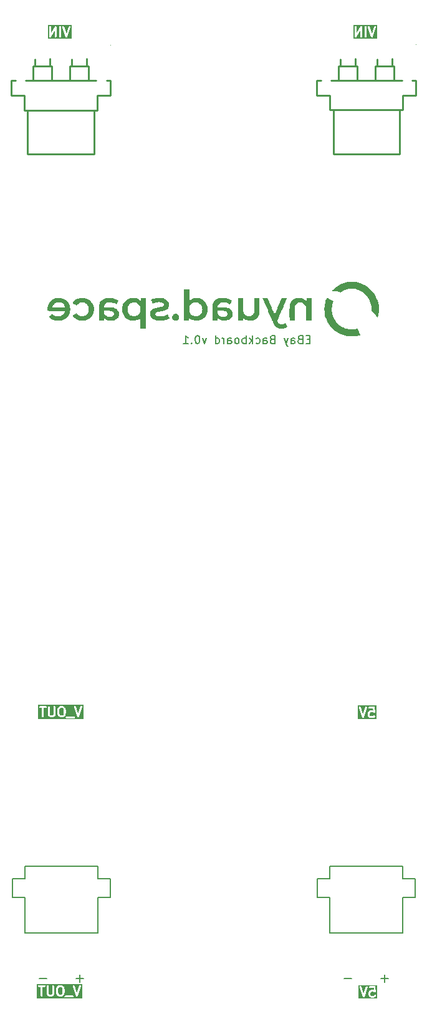
<source format=gbr>
%TF.GenerationSoftware,KiCad,Pcbnew,9.0.0*%
%TF.CreationDate,2025-05-06T23:45:37+04:00*%
%TF.ProjectId,Ebay,45626179-2e6b-4696-9361-645f70636258,rev?*%
%TF.SameCoordinates,Original*%
%TF.FileFunction,Legend,Bot*%
%TF.FilePolarity,Positive*%
%FSLAX46Y46*%
G04 Gerber Fmt 4.6, Leading zero omitted, Abs format (unit mm)*
G04 Created by KiCad (PCBNEW 9.0.0) date 2025-05-06 23:45:37*
%MOMM*%
%LPD*%
G01*
G04 APERTURE LIST*
%ADD10C,0.175000*%
%ADD11C,0.260000*%
%ADD12C,0.000000*%
%ADD13C,0.127000*%
%ADD14C,0.059995*%
%ADD15C,0.254001*%
%ADD16C,4.300025*%
%ADD17O,1.700000X1.700000*%
%ADD18R,1.700000X1.700000*%
%ADD19C,3.800000*%
%ADD20C,0.800000*%
%ADD21C,6.400000*%
%ADD22C,1.508000*%
%ADD23R,2.550000X2.550000*%
%ADD24C,2.550000*%
%ADD25C,0.600000*%
%ADD26O,1.000000X1.600000*%
%ADD27C,1.800000*%
%ADD28C,2.500000*%
G04 APERTURE END LIST*
D10*
X117142964Y-74930090D02*
X116776297Y-74930090D01*
X116619154Y-75506280D02*
X117142964Y-75506280D01*
X117142964Y-75506280D02*
X117142964Y-74406280D01*
X117142964Y-74406280D02*
X116619154Y-74406280D01*
X115781059Y-74930090D02*
X115623916Y-74982471D01*
X115623916Y-74982471D02*
X115571535Y-75034852D01*
X115571535Y-75034852D02*
X115519154Y-75139614D01*
X115519154Y-75139614D02*
X115519154Y-75296757D01*
X115519154Y-75296757D02*
X115571535Y-75401519D01*
X115571535Y-75401519D02*
X115623916Y-75453900D01*
X115623916Y-75453900D02*
X115728678Y-75506280D01*
X115728678Y-75506280D02*
X116147726Y-75506280D01*
X116147726Y-75506280D02*
X116147726Y-74406280D01*
X116147726Y-74406280D02*
X115781059Y-74406280D01*
X115781059Y-74406280D02*
X115676297Y-74458661D01*
X115676297Y-74458661D02*
X115623916Y-74511042D01*
X115623916Y-74511042D02*
X115571535Y-74615804D01*
X115571535Y-74615804D02*
X115571535Y-74720566D01*
X115571535Y-74720566D02*
X115623916Y-74825328D01*
X115623916Y-74825328D02*
X115676297Y-74877709D01*
X115676297Y-74877709D02*
X115781059Y-74930090D01*
X115781059Y-74930090D02*
X116147726Y-74930090D01*
X114576297Y-75506280D02*
X114576297Y-74930090D01*
X114576297Y-74930090D02*
X114628678Y-74825328D01*
X114628678Y-74825328D02*
X114733440Y-74772947D01*
X114733440Y-74772947D02*
X114942964Y-74772947D01*
X114942964Y-74772947D02*
X115047726Y-74825328D01*
X114576297Y-75453900D02*
X114681059Y-75506280D01*
X114681059Y-75506280D02*
X114942964Y-75506280D01*
X114942964Y-75506280D02*
X115047726Y-75453900D01*
X115047726Y-75453900D02*
X115100107Y-75349138D01*
X115100107Y-75349138D02*
X115100107Y-75244376D01*
X115100107Y-75244376D02*
X115047726Y-75139614D01*
X115047726Y-75139614D02*
X114942964Y-75087233D01*
X114942964Y-75087233D02*
X114681059Y-75087233D01*
X114681059Y-75087233D02*
X114576297Y-75034852D01*
X114157250Y-74772947D02*
X113895345Y-75506280D01*
X113633440Y-74772947D02*
X113895345Y-75506280D01*
X113895345Y-75506280D02*
X114000107Y-75768185D01*
X114000107Y-75768185D02*
X114052488Y-75820566D01*
X114052488Y-75820566D02*
X114157250Y-75872947D01*
X112009631Y-74930090D02*
X111852488Y-74982471D01*
X111852488Y-74982471D02*
X111800107Y-75034852D01*
X111800107Y-75034852D02*
X111747726Y-75139614D01*
X111747726Y-75139614D02*
X111747726Y-75296757D01*
X111747726Y-75296757D02*
X111800107Y-75401519D01*
X111800107Y-75401519D02*
X111852488Y-75453900D01*
X111852488Y-75453900D02*
X111957250Y-75506280D01*
X111957250Y-75506280D02*
X112376298Y-75506280D01*
X112376298Y-75506280D02*
X112376298Y-74406280D01*
X112376298Y-74406280D02*
X112009631Y-74406280D01*
X112009631Y-74406280D02*
X111904869Y-74458661D01*
X111904869Y-74458661D02*
X111852488Y-74511042D01*
X111852488Y-74511042D02*
X111800107Y-74615804D01*
X111800107Y-74615804D02*
X111800107Y-74720566D01*
X111800107Y-74720566D02*
X111852488Y-74825328D01*
X111852488Y-74825328D02*
X111904869Y-74877709D01*
X111904869Y-74877709D02*
X112009631Y-74930090D01*
X112009631Y-74930090D02*
X112376298Y-74930090D01*
X110804869Y-75506280D02*
X110804869Y-74930090D01*
X110804869Y-74930090D02*
X110857250Y-74825328D01*
X110857250Y-74825328D02*
X110962012Y-74772947D01*
X110962012Y-74772947D02*
X111171536Y-74772947D01*
X111171536Y-74772947D02*
X111276298Y-74825328D01*
X110804869Y-75453900D02*
X110909631Y-75506280D01*
X110909631Y-75506280D02*
X111171536Y-75506280D01*
X111171536Y-75506280D02*
X111276298Y-75453900D01*
X111276298Y-75453900D02*
X111328679Y-75349138D01*
X111328679Y-75349138D02*
X111328679Y-75244376D01*
X111328679Y-75244376D02*
X111276298Y-75139614D01*
X111276298Y-75139614D02*
X111171536Y-75087233D01*
X111171536Y-75087233D02*
X110909631Y-75087233D01*
X110909631Y-75087233D02*
X110804869Y-75034852D01*
X109809631Y-75453900D02*
X109914393Y-75506280D01*
X109914393Y-75506280D02*
X110123917Y-75506280D01*
X110123917Y-75506280D02*
X110228679Y-75453900D01*
X110228679Y-75453900D02*
X110281060Y-75401519D01*
X110281060Y-75401519D02*
X110333441Y-75296757D01*
X110333441Y-75296757D02*
X110333441Y-74982471D01*
X110333441Y-74982471D02*
X110281060Y-74877709D01*
X110281060Y-74877709D02*
X110228679Y-74825328D01*
X110228679Y-74825328D02*
X110123917Y-74772947D01*
X110123917Y-74772947D02*
X109914393Y-74772947D01*
X109914393Y-74772947D02*
X109809631Y-74825328D01*
X109338203Y-75506280D02*
X109338203Y-74406280D01*
X109233441Y-75087233D02*
X108919155Y-75506280D01*
X108919155Y-74772947D02*
X109338203Y-75191995D01*
X108447727Y-75506280D02*
X108447727Y-74406280D01*
X108447727Y-74825328D02*
X108342965Y-74772947D01*
X108342965Y-74772947D02*
X108133441Y-74772947D01*
X108133441Y-74772947D02*
X108028679Y-74825328D01*
X108028679Y-74825328D02*
X107976298Y-74877709D01*
X107976298Y-74877709D02*
X107923917Y-74982471D01*
X107923917Y-74982471D02*
X107923917Y-75296757D01*
X107923917Y-75296757D02*
X107976298Y-75401519D01*
X107976298Y-75401519D02*
X108028679Y-75453900D01*
X108028679Y-75453900D02*
X108133441Y-75506280D01*
X108133441Y-75506280D02*
X108342965Y-75506280D01*
X108342965Y-75506280D02*
X108447727Y-75453900D01*
X107295346Y-75506280D02*
X107400108Y-75453900D01*
X107400108Y-75453900D02*
X107452489Y-75401519D01*
X107452489Y-75401519D02*
X107504870Y-75296757D01*
X107504870Y-75296757D02*
X107504870Y-74982471D01*
X107504870Y-74982471D02*
X107452489Y-74877709D01*
X107452489Y-74877709D02*
X107400108Y-74825328D01*
X107400108Y-74825328D02*
X107295346Y-74772947D01*
X107295346Y-74772947D02*
X107138203Y-74772947D01*
X107138203Y-74772947D02*
X107033441Y-74825328D01*
X107033441Y-74825328D02*
X106981060Y-74877709D01*
X106981060Y-74877709D02*
X106928679Y-74982471D01*
X106928679Y-74982471D02*
X106928679Y-75296757D01*
X106928679Y-75296757D02*
X106981060Y-75401519D01*
X106981060Y-75401519D02*
X107033441Y-75453900D01*
X107033441Y-75453900D02*
X107138203Y-75506280D01*
X107138203Y-75506280D02*
X107295346Y-75506280D01*
X105985822Y-75506280D02*
X105985822Y-74930090D01*
X105985822Y-74930090D02*
X106038203Y-74825328D01*
X106038203Y-74825328D02*
X106142965Y-74772947D01*
X106142965Y-74772947D02*
X106352489Y-74772947D01*
X106352489Y-74772947D02*
X106457251Y-74825328D01*
X105985822Y-75453900D02*
X106090584Y-75506280D01*
X106090584Y-75506280D02*
X106352489Y-75506280D01*
X106352489Y-75506280D02*
X106457251Y-75453900D01*
X106457251Y-75453900D02*
X106509632Y-75349138D01*
X106509632Y-75349138D02*
X106509632Y-75244376D01*
X106509632Y-75244376D02*
X106457251Y-75139614D01*
X106457251Y-75139614D02*
X106352489Y-75087233D01*
X106352489Y-75087233D02*
X106090584Y-75087233D01*
X106090584Y-75087233D02*
X105985822Y-75034852D01*
X105462013Y-75506280D02*
X105462013Y-74772947D01*
X105462013Y-74982471D02*
X105409632Y-74877709D01*
X105409632Y-74877709D02*
X105357251Y-74825328D01*
X105357251Y-74825328D02*
X105252489Y-74772947D01*
X105252489Y-74772947D02*
X105147727Y-74772947D01*
X104309632Y-75506280D02*
X104309632Y-74406280D01*
X104309632Y-75453900D02*
X104414394Y-75506280D01*
X104414394Y-75506280D02*
X104623918Y-75506280D01*
X104623918Y-75506280D02*
X104728680Y-75453900D01*
X104728680Y-75453900D02*
X104781061Y-75401519D01*
X104781061Y-75401519D02*
X104833442Y-75296757D01*
X104833442Y-75296757D02*
X104833442Y-74982471D01*
X104833442Y-74982471D02*
X104781061Y-74877709D01*
X104781061Y-74877709D02*
X104728680Y-74825328D01*
X104728680Y-74825328D02*
X104623918Y-74772947D01*
X104623918Y-74772947D02*
X104414394Y-74772947D01*
X104414394Y-74772947D02*
X104309632Y-74825328D01*
X103052490Y-74772947D02*
X102790585Y-75506280D01*
X102790585Y-75506280D02*
X102528680Y-74772947D01*
X101900109Y-74406280D02*
X101795347Y-74406280D01*
X101795347Y-74406280D02*
X101690585Y-74458661D01*
X101690585Y-74458661D02*
X101638204Y-74511042D01*
X101638204Y-74511042D02*
X101585823Y-74615804D01*
X101585823Y-74615804D02*
X101533442Y-74825328D01*
X101533442Y-74825328D02*
X101533442Y-75087233D01*
X101533442Y-75087233D02*
X101585823Y-75296757D01*
X101585823Y-75296757D02*
X101638204Y-75401519D01*
X101638204Y-75401519D02*
X101690585Y-75453900D01*
X101690585Y-75453900D02*
X101795347Y-75506280D01*
X101795347Y-75506280D02*
X101900109Y-75506280D01*
X101900109Y-75506280D02*
X102004871Y-75453900D01*
X102004871Y-75453900D02*
X102057252Y-75401519D01*
X102057252Y-75401519D02*
X102109633Y-75296757D01*
X102109633Y-75296757D02*
X102162014Y-75087233D01*
X102162014Y-75087233D02*
X102162014Y-74825328D01*
X102162014Y-74825328D02*
X102109633Y-74615804D01*
X102109633Y-74615804D02*
X102057252Y-74511042D01*
X102057252Y-74511042D02*
X102004871Y-74458661D01*
X102004871Y-74458661D02*
X101900109Y-74406280D01*
X101062014Y-75401519D02*
X101009633Y-75453900D01*
X101009633Y-75453900D02*
X101062014Y-75506280D01*
X101062014Y-75506280D02*
X101114395Y-75453900D01*
X101114395Y-75453900D02*
X101062014Y-75401519D01*
X101062014Y-75401519D02*
X101062014Y-75506280D01*
X99962013Y-75506280D02*
X100590585Y-75506280D01*
X100276299Y-75506280D02*
X100276299Y-74406280D01*
X100276299Y-74406280D02*
X100381061Y-74563423D01*
X100381061Y-74563423D02*
X100485823Y-74668185D01*
X100485823Y-74668185D02*
X100590585Y-74720566D01*
D11*
G36*
X126255165Y-164444828D02*
G01*
X123726953Y-164444828D01*
X123726953Y-162886643D01*
X123871397Y-162886643D01*
X123877047Y-162911494D01*
X124310381Y-164211494D01*
X124320771Y-164234765D01*
X124326858Y-164241784D01*
X124331011Y-164250089D01*
X124343321Y-164260765D01*
X124354005Y-164273084D01*
X124362315Y-164277238D01*
X124369330Y-164283323D01*
X124384790Y-164288476D01*
X124399374Y-164295768D01*
X124408641Y-164296426D01*
X124417451Y-164299363D01*
X124433702Y-164298207D01*
X124449969Y-164299364D01*
X124458784Y-164296425D01*
X124468046Y-164295767D01*
X124482621Y-164288479D01*
X124498090Y-164283323D01*
X124505107Y-164277236D01*
X124513415Y-164273083D01*
X124524094Y-164260768D01*
X124536409Y-164250089D01*
X124540563Y-164241780D01*
X124546649Y-164234764D01*
X124557039Y-164211494D01*
X124756457Y-163613241D01*
X125108471Y-163613241D01*
X125108471Y-163922765D01*
X125110969Y-163948127D01*
X125112756Y-163952443D01*
X125113088Y-163957101D01*
X125122195Y-163980903D01*
X125184101Y-164104713D01*
X125190971Y-164115626D01*
X125192285Y-164118799D01*
X125195216Y-164122370D01*
X125197677Y-164126280D01*
X125200269Y-164128528D01*
X125208452Y-164138499D01*
X125270357Y-164200404D01*
X125280327Y-164208586D01*
X125282576Y-164211179D01*
X125286485Y-164213640D01*
X125290057Y-164216571D01*
X125293228Y-164217884D01*
X125304144Y-164224756D01*
X125427952Y-164286660D01*
X125451754Y-164295767D01*
X125456411Y-164296098D01*
X125460728Y-164297886D01*
X125486090Y-164300384D01*
X125795614Y-164300384D01*
X125820976Y-164297886D01*
X125825290Y-164296099D01*
X125829949Y-164295768D01*
X125853751Y-164286660D01*
X125977561Y-164224756D01*
X125988475Y-164217885D01*
X125991649Y-164216571D01*
X125995221Y-164213639D01*
X125999128Y-164211180D01*
X126001376Y-164208587D01*
X126011349Y-164200403D01*
X126073252Y-164138498D01*
X126089420Y-164118798D01*
X126108830Y-164071936D01*
X126108830Y-164021212D01*
X126089418Y-163974350D01*
X126053551Y-163938483D01*
X126006689Y-163919073D01*
X125955965Y-163919073D01*
X125909103Y-163938485D01*
X125889403Y-163954652D01*
X125842416Y-164001638D01*
X125764925Y-164040384D01*
X125516779Y-164040384D01*
X125439287Y-164001638D01*
X125407218Y-163969569D01*
X125368471Y-163892075D01*
X125368471Y-163643929D01*
X125407215Y-163566440D01*
X125439289Y-163534366D01*
X125516778Y-163495622D01*
X125764924Y-163495622D01*
X125842417Y-163534368D01*
X125889403Y-163581355D01*
X125909103Y-163597522D01*
X125915151Y-163600027D01*
X125920218Y-163604173D01*
X125938405Y-163609660D01*
X125955965Y-163616934D01*
X125962515Y-163616934D01*
X125968779Y-163618824D01*
X125987680Y-163616934D01*
X126006689Y-163616934D01*
X126012738Y-163614428D01*
X126019251Y-163613777D01*
X126035991Y-163604797D01*
X126053551Y-163597524D01*
X126058180Y-163592894D01*
X126063949Y-163589800D01*
X126075981Y-163575093D01*
X126089418Y-163561657D01*
X126091923Y-163555608D01*
X126096069Y-163550542D01*
X126101557Y-163532350D01*
X126108830Y-163514795D01*
X126108830Y-163508248D01*
X126110721Y-163501981D01*
X126110683Y-163476496D01*
X126048779Y-162857449D01*
X126046926Y-162848205D01*
X126046926Y-162845022D01*
X126045689Y-162842037D01*
X126043770Y-162832461D01*
X126034786Y-162815713D01*
X126027515Y-162798160D01*
X126022886Y-162793531D01*
X126019792Y-162787763D01*
X126005085Y-162775730D01*
X125991648Y-162762293D01*
X125985599Y-162759787D01*
X125980534Y-162755643D01*
X125962342Y-162750154D01*
X125944786Y-162742882D01*
X125935068Y-162741924D01*
X125931973Y-162740991D01*
X125928804Y-162741307D01*
X125919424Y-162740384D01*
X125300376Y-162740384D01*
X125275014Y-162742882D01*
X125228152Y-162762293D01*
X125192285Y-162798160D01*
X125172874Y-162845022D01*
X125172874Y-162895746D01*
X125192285Y-162942608D01*
X125228152Y-162978475D01*
X125275014Y-162997886D01*
X125300376Y-163000384D01*
X125801775Y-163000384D01*
X125825730Y-163239939D01*
X125825292Y-163239907D01*
X125820976Y-163238120D01*
X125795614Y-163235622D01*
X125486090Y-163235622D01*
X125460728Y-163238120D01*
X125456411Y-163239907D01*
X125451754Y-163240239D01*
X125427952Y-163249347D01*
X125304143Y-163311252D01*
X125293229Y-163318122D01*
X125290057Y-163319436D01*
X125286485Y-163322367D01*
X125282576Y-163324828D01*
X125280327Y-163327420D01*
X125270357Y-163335603D01*
X125208452Y-163397508D01*
X125200272Y-163407475D01*
X125197677Y-163409726D01*
X125195214Y-163413638D01*
X125192285Y-163417208D01*
X125190971Y-163420378D01*
X125184101Y-163431294D01*
X125122196Y-163555103D01*
X125113088Y-163578904D01*
X125112756Y-163583562D01*
X125110969Y-163587879D01*
X125108471Y-163613241D01*
X124756457Y-163613241D01*
X124990372Y-162911494D01*
X124996022Y-162886643D01*
X124992426Y-162836048D01*
X124969742Y-162790679D01*
X124931423Y-162757445D01*
X124883302Y-162741405D01*
X124832707Y-162745001D01*
X124787338Y-162767685D01*
X124754104Y-162806004D01*
X124743714Y-162829275D01*
X124433709Y-163759287D01*
X124123705Y-162829274D01*
X124113315Y-162806004D01*
X124080081Y-162767685D01*
X124034712Y-162745001D01*
X123984117Y-162741405D01*
X123935996Y-162757445D01*
X123897677Y-162790679D01*
X123874993Y-162836048D01*
X123871397Y-162886643D01*
X123726953Y-162886643D01*
X123726953Y-162595940D01*
X126255165Y-162595940D01*
X126255165Y-164444828D01*
G37*
G36*
X83413843Y-162896128D02*
G01*
X83497276Y-162979561D01*
X83546566Y-163176723D01*
X83546566Y-163578045D01*
X83497276Y-163775207D01*
X83413846Y-163858638D01*
X83336354Y-163897384D01*
X83150113Y-163897384D01*
X83072620Y-163858638D01*
X82989190Y-163775208D01*
X82939900Y-163578048D01*
X82939900Y-163176720D01*
X82989190Y-162979560D01*
X83072620Y-162896130D01*
X83150112Y-162857384D01*
X83336355Y-162857384D01*
X83413843Y-162896128D01*
G37*
G36*
X86178561Y-164425638D02*
G01*
X80061763Y-164425638D01*
X80061763Y-162702022D01*
X80206207Y-162702022D01*
X80206207Y-162752746D01*
X80225618Y-162799608D01*
X80261485Y-162835475D01*
X80308347Y-162854886D01*
X80333709Y-162857384D01*
X80575137Y-162857384D01*
X80575137Y-164027384D01*
X80577635Y-164052746D01*
X80597046Y-164099608D01*
X80632913Y-164135475D01*
X80679775Y-164154886D01*
X80730499Y-164154886D01*
X80777361Y-164135475D01*
X80813228Y-164099608D01*
X80832639Y-164052746D01*
X80835137Y-164027384D01*
X80835137Y-162857384D01*
X81076566Y-162857384D01*
X81101928Y-162854886D01*
X81148790Y-162835475D01*
X81184657Y-162799608D01*
X81204068Y-162752746D01*
X81204068Y-162727384D01*
X81379900Y-162727384D01*
X81379900Y-163779765D01*
X81382398Y-163805127D01*
X81384184Y-163809441D01*
X81384516Y-163814100D01*
X81393624Y-163837902D01*
X81455528Y-163961712D01*
X81462399Y-163972628D01*
X81463713Y-163975799D01*
X81466642Y-163979368D01*
X81469104Y-163983279D01*
X81471697Y-163985528D01*
X81479880Y-163995499D01*
X81541785Y-164057404D01*
X81551755Y-164065586D01*
X81554005Y-164068180D01*
X81557915Y-164070641D01*
X81561485Y-164073571D01*
X81564655Y-164074884D01*
X81575572Y-164081756D01*
X81699382Y-164143660D01*
X81723183Y-164152768D01*
X81727843Y-164153099D01*
X81732157Y-164154886D01*
X81757519Y-164157384D01*
X82005138Y-164157384D01*
X82030500Y-164154886D01*
X82034813Y-164153099D01*
X82039474Y-164152768D01*
X82063275Y-164143660D01*
X82187084Y-164081756D01*
X82197998Y-164074885D01*
X82201171Y-164073571D01*
X82204745Y-164070637D01*
X82208651Y-164068179D01*
X82210897Y-164065588D01*
X82220871Y-164057404D01*
X82282776Y-163995499D01*
X82290958Y-163985528D01*
X82293551Y-163983280D01*
X82296012Y-163979369D01*
X82298943Y-163975799D01*
X82300256Y-163972629D01*
X82307128Y-163961713D01*
X82369033Y-163837903D01*
X82378141Y-163814101D01*
X82378472Y-163809440D01*
X82380259Y-163805127D01*
X82382757Y-163779765D01*
X82382757Y-163160718D01*
X82679900Y-163160718D01*
X82679900Y-163594051D01*
X82680335Y-163598475D01*
X82680054Y-163600370D01*
X82681456Y-163609855D01*
X82682398Y-163619413D01*
X82683131Y-163621184D01*
X82683782Y-163625581D01*
X82745687Y-163873200D01*
X82754261Y-163897199D01*
X82760016Y-163904967D01*
X82763714Y-163913893D01*
X82779881Y-163933594D01*
X82903690Y-164057403D01*
X82913659Y-164065584D01*
X82915910Y-164068180D01*
X82919821Y-164070641D01*
X82923390Y-164073571D01*
X82926560Y-164074884D01*
X82937477Y-164081756D01*
X83061287Y-164143660D01*
X83085088Y-164152768D01*
X83089748Y-164153099D01*
X83094062Y-164154886D01*
X83119424Y-164157384D01*
X83367043Y-164157384D01*
X83392405Y-164154886D01*
X83396718Y-164153099D01*
X83401379Y-164152768D01*
X83425180Y-164143660D01*
X83460836Y-164125832D01*
X83796683Y-164125832D01*
X83796683Y-164176556D01*
X83816094Y-164223418D01*
X83851961Y-164259285D01*
X83898823Y-164278696D01*
X83924185Y-164281194D01*
X84914662Y-164281194D01*
X84940024Y-164278696D01*
X84986886Y-164259285D01*
X85022753Y-164223418D01*
X85042164Y-164176556D01*
X85042164Y-164125832D01*
X85022753Y-164078970D01*
X84986886Y-164043103D01*
X84940024Y-164023692D01*
X84914662Y-164021194D01*
X83924185Y-164021194D01*
X83898823Y-164023692D01*
X83851961Y-164043103D01*
X83816094Y-164078970D01*
X83796683Y-164125832D01*
X83460836Y-164125832D01*
X83548989Y-164081756D01*
X83559903Y-164074885D01*
X83563076Y-164073571D01*
X83566650Y-164070637D01*
X83570556Y-164068179D01*
X83572802Y-164065588D01*
X83582776Y-164057404D01*
X83706586Y-163933594D01*
X83722753Y-163913894D01*
X83726452Y-163904963D01*
X83732206Y-163897198D01*
X83740781Y-163873199D01*
X83802685Y-163625580D01*
X83803335Y-163621182D01*
X83804068Y-163619413D01*
X83805008Y-163609860D01*
X83806412Y-163600369D01*
X83806130Y-163598475D01*
X83806566Y-163594051D01*
X83806566Y-163160718D01*
X83806130Y-163156293D01*
X83806412Y-163154400D01*
X83805008Y-163144908D01*
X83804068Y-163135356D01*
X83803335Y-163133586D01*
X83802685Y-163129189D01*
X83740781Y-162881570D01*
X83732206Y-162857571D01*
X83726452Y-162849805D01*
X83722753Y-162840875D01*
X83706586Y-162821175D01*
X83629054Y-162743643D01*
X84909492Y-162743643D01*
X84915142Y-162768494D01*
X85348476Y-164068494D01*
X85358866Y-164091765D01*
X85364953Y-164098784D01*
X85369106Y-164107089D01*
X85381416Y-164117765D01*
X85392100Y-164130084D01*
X85400410Y-164134238D01*
X85407425Y-164140323D01*
X85422885Y-164145476D01*
X85437469Y-164152768D01*
X85446736Y-164153426D01*
X85455546Y-164156363D01*
X85471797Y-164155207D01*
X85488064Y-164156364D01*
X85496879Y-164153425D01*
X85506141Y-164152767D01*
X85520716Y-164145479D01*
X85536185Y-164140323D01*
X85543202Y-164134236D01*
X85551510Y-164130083D01*
X85562189Y-164117768D01*
X85574504Y-164107089D01*
X85578658Y-164098780D01*
X85584744Y-164091764D01*
X85595134Y-164068494D01*
X86028467Y-162768494D01*
X86034117Y-162743643D01*
X86030521Y-162693048D01*
X86007837Y-162647679D01*
X85969518Y-162614445D01*
X85921397Y-162598405D01*
X85870802Y-162602001D01*
X85825433Y-162624685D01*
X85792199Y-162663004D01*
X85781809Y-162686275D01*
X85471804Y-163616287D01*
X85161800Y-162686274D01*
X85151410Y-162663004D01*
X85118176Y-162624685D01*
X85072807Y-162602001D01*
X85022212Y-162598405D01*
X84974091Y-162614445D01*
X84935772Y-162647679D01*
X84913088Y-162693048D01*
X84909492Y-162743643D01*
X83629054Y-162743643D01*
X83582776Y-162697365D01*
X83572808Y-162689185D01*
X83570558Y-162686590D01*
X83566645Y-162684127D01*
X83563076Y-162681198D01*
X83559905Y-162679884D01*
X83548990Y-162673014D01*
X83425181Y-162611109D01*
X83401380Y-162602001D01*
X83396721Y-162601669D01*
X83392405Y-162599882D01*
X83367043Y-162597384D01*
X83119424Y-162597384D01*
X83094062Y-162599882D01*
X83089748Y-162601668D01*
X83085088Y-162602000D01*
X83061286Y-162611108D01*
X82937476Y-162673013D01*
X82926559Y-162679884D01*
X82923390Y-162681198D01*
X82919820Y-162684127D01*
X82915909Y-162686590D01*
X82913658Y-162689184D01*
X82903690Y-162697366D01*
X82779881Y-162821175D01*
X82763714Y-162840876D01*
X82760016Y-162849801D01*
X82754261Y-162857570D01*
X82745687Y-162881569D01*
X82683782Y-163129188D01*
X82683131Y-163133584D01*
X82682398Y-163135356D01*
X82681456Y-163144913D01*
X82680054Y-163154399D01*
X82680335Y-163156293D01*
X82679900Y-163160718D01*
X82382757Y-163160718D01*
X82382757Y-162727384D01*
X82380259Y-162702022D01*
X82360848Y-162655160D01*
X82324981Y-162619293D01*
X82278119Y-162599882D01*
X82227395Y-162599882D01*
X82180533Y-162619293D01*
X82144666Y-162655160D01*
X82125255Y-162702022D01*
X82122757Y-162727384D01*
X82122757Y-163749076D01*
X82084010Y-163826568D01*
X82051941Y-163858638D01*
X81974449Y-163897384D01*
X81788208Y-163897384D01*
X81710715Y-163858638D01*
X81678645Y-163826568D01*
X81639900Y-163749076D01*
X81639900Y-162727384D01*
X81637402Y-162702022D01*
X81617991Y-162655160D01*
X81582124Y-162619293D01*
X81535262Y-162599882D01*
X81484538Y-162599882D01*
X81437676Y-162619293D01*
X81401809Y-162655160D01*
X81382398Y-162702022D01*
X81379900Y-162727384D01*
X81204068Y-162727384D01*
X81204068Y-162702022D01*
X81184657Y-162655160D01*
X81148790Y-162619293D01*
X81101928Y-162599882D01*
X81076566Y-162597384D01*
X80333709Y-162597384D01*
X80308347Y-162599882D01*
X80261485Y-162619293D01*
X80225618Y-162655160D01*
X80206207Y-162702022D01*
X80061763Y-162702022D01*
X80061763Y-162452940D01*
X86178561Y-162452940D01*
X86178561Y-164425638D01*
G37*
G36*
X126155165Y-126501828D02*
G01*
X123626953Y-126501828D01*
X123626953Y-124943643D01*
X123771397Y-124943643D01*
X123777047Y-124968494D01*
X124210381Y-126268494D01*
X124220771Y-126291765D01*
X124226858Y-126298784D01*
X124231011Y-126307089D01*
X124243321Y-126317765D01*
X124254005Y-126330084D01*
X124262315Y-126334238D01*
X124269330Y-126340323D01*
X124284790Y-126345476D01*
X124299374Y-126352768D01*
X124308641Y-126353426D01*
X124317451Y-126356363D01*
X124333702Y-126355207D01*
X124349969Y-126356364D01*
X124358784Y-126353425D01*
X124368046Y-126352767D01*
X124382621Y-126345479D01*
X124398090Y-126340323D01*
X124405107Y-126334236D01*
X124413415Y-126330083D01*
X124424094Y-126317768D01*
X124436409Y-126307089D01*
X124440563Y-126298780D01*
X124446649Y-126291764D01*
X124457039Y-126268494D01*
X124656457Y-125670241D01*
X125008471Y-125670241D01*
X125008471Y-125979765D01*
X125010969Y-126005127D01*
X125012756Y-126009443D01*
X125013088Y-126014101D01*
X125022195Y-126037903D01*
X125084101Y-126161713D01*
X125090971Y-126172626D01*
X125092285Y-126175799D01*
X125095216Y-126179370D01*
X125097677Y-126183280D01*
X125100269Y-126185528D01*
X125108452Y-126195499D01*
X125170357Y-126257404D01*
X125180327Y-126265586D01*
X125182576Y-126268179D01*
X125186485Y-126270640D01*
X125190057Y-126273571D01*
X125193228Y-126274884D01*
X125204144Y-126281756D01*
X125327952Y-126343660D01*
X125351754Y-126352767D01*
X125356411Y-126353098D01*
X125360728Y-126354886D01*
X125386090Y-126357384D01*
X125695614Y-126357384D01*
X125720976Y-126354886D01*
X125725290Y-126353099D01*
X125729949Y-126352768D01*
X125753751Y-126343660D01*
X125877561Y-126281756D01*
X125888475Y-126274885D01*
X125891649Y-126273571D01*
X125895221Y-126270639D01*
X125899128Y-126268180D01*
X125901376Y-126265587D01*
X125911349Y-126257403D01*
X125973252Y-126195498D01*
X125989420Y-126175798D01*
X126008830Y-126128936D01*
X126008830Y-126078212D01*
X125989418Y-126031350D01*
X125953551Y-125995483D01*
X125906689Y-125976073D01*
X125855965Y-125976073D01*
X125809103Y-125995485D01*
X125789403Y-126011652D01*
X125742416Y-126058638D01*
X125664925Y-126097384D01*
X125416779Y-126097384D01*
X125339287Y-126058638D01*
X125307218Y-126026569D01*
X125268471Y-125949075D01*
X125268471Y-125700929D01*
X125307215Y-125623440D01*
X125339289Y-125591366D01*
X125416778Y-125552622D01*
X125664924Y-125552622D01*
X125742417Y-125591368D01*
X125789403Y-125638355D01*
X125809103Y-125654522D01*
X125815151Y-125657027D01*
X125820218Y-125661173D01*
X125838405Y-125666660D01*
X125855965Y-125673934D01*
X125862515Y-125673934D01*
X125868779Y-125675824D01*
X125887680Y-125673934D01*
X125906689Y-125673934D01*
X125912738Y-125671428D01*
X125919251Y-125670777D01*
X125935991Y-125661797D01*
X125953551Y-125654524D01*
X125958180Y-125649894D01*
X125963949Y-125646800D01*
X125975981Y-125632093D01*
X125989418Y-125618657D01*
X125991923Y-125612608D01*
X125996069Y-125607542D01*
X126001557Y-125589350D01*
X126008830Y-125571795D01*
X126008830Y-125565248D01*
X126010721Y-125558981D01*
X126010683Y-125533496D01*
X125948779Y-124914449D01*
X125946926Y-124905205D01*
X125946926Y-124902022D01*
X125945689Y-124899037D01*
X125943770Y-124889461D01*
X125934786Y-124872713D01*
X125927515Y-124855160D01*
X125922886Y-124850531D01*
X125919792Y-124844763D01*
X125905085Y-124832730D01*
X125891648Y-124819293D01*
X125885599Y-124816787D01*
X125880534Y-124812643D01*
X125862342Y-124807154D01*
X125844786Y-124799882D01*
X125835068Y-124798924D01*
X125831973Y-124797991D01*
X125828804Y-124798307D01*
X125819424Y-124797384D01*
X125200376Y-124797384D01*
X125175014Y-124799882D01*
X125128152Y-124819293D01*
X125092285Y-124855160D01*
X125072874Y-124902022D01*
X125072874Y-124952746D01*
X125092285Y-124999608D01*
X125128152Y-125035475D01*
X125175014Y-125054886D01*
X125200376Y-125057384D01*
X125701775Y-125057384D01*
X125725730Y-125296939D01*
X125725292Y-125296907D01*
X125720976Y-125295120D01*
X125695614Y-125292622D01*
X125386090Y-125292622D01*
X125360728Y-125295120D01*
X125356411Y-125296907D01*
X125351754Y-125297239D01*
X125327952Y-125306347D01*
X125204143Y-125368252D01*
X125193229Y-125375122D01*
X125190057Y-125376436D01*
X125186485Y-125379367D01*
X125182576Y-125381828D01*
X125180327Y-125384420D01*
X125170357Y-125392603D01*
X125108452Y-125454508D01*
X125100272Y-125464475D01*
X125097677Y-125466726D01*
X125095214Y-125470638D01*
X125092285Y-125474208D01*
X125090971Y-125477378D01*
X125084101Y-125488294D01*
X125022196Y-125612103D01*
X125013088Y-125635904D01*
X125012756Y-125640562D01*
X125010969Y-125644879D01*
X125008471Y-125670241D01*
X124656457Y-125670241D01*
X124890372Y-124968494D01*
X124896022Y-124943643D01*
X124892426Y-124893048D01*
X124869742Y-124847679D01*
X124831423Y-124814445D01*
X124783302Y-124798405D01*
X124732707Y-124802001D01*
X124687338Y-124824685D01*
X124654104Y-124863004D01*
X124643714Y-124886275D01*
X124333709Y-125816287D01*
X124023705Y-124886274D01*
X124013315Y-124863004D01*
X123980081Y-124824685D01*
X123934712Y-124802001D01*
X123884117Y-124798405D01*
X123835996Y-124814445D01*
X123797677Y-124847679D01*
X123774993Y-124893048D01*
X123771397Y-124943643D01*
X123626953Y-124943643D01*
X123626953Y-124652940D01*
X126155165Y-124652940D01*
X126155165Y-126501828D01*
G37*
G36*
X84778561Y-34101510D02*
G01*
X81568789Y-34101510D01*
X81568789Y-32527384D01*
X81713233Y-32527384D01*
X81713233Y-33827384D01*
X81713875Y-33833909D01*
X81713551Y-33836464D01*
X81714453Y-33839771D01*
X81715731Y-33852746D01*
X81722348Y-33868721D01*
X81726897Y-33885400D01*
X81731970Y-33891951D01*
X81735142Y-33899608D01*
X81747367Y-33911833D01*
X81757954Y-33925504D01*
X81765149Y-33929615D01*
X81771009Y-33935475D01*
X81786982Y-33942091D01*
X81801995Y-33950670D01*
X81810215Y-33951714D01*
X81817871Y-33954886D01*
X81835163Y-33954886D01*
X81852313Y-33957066D01*
X81860306Y-33954886D01*
X81868595Y-33954886D01*
X81884570Y-33948268D01*
X81901249Y-33943720D01*
X81907800Y-33938646D01*
X81915457Y-33935475D01*
X81927682Y-33923249D01*
X81941353Y-33912663D01*
X81948899Y-33902032D01*
X81951324Y-33899608D01*
X81952309Y-33897228D01*
X81956105Y-33891882D01*
X82456090Y-33016906D01*
X82456090Y-33827384D01*
X82458588Y-33852746D01*
X82477999Y-33899608D01*
X82513866Y-33935475D01*
X82560728Y-33954886D01*
X82611452Y-33954886D01*
X82658314Y-33935475D01*
X82694181Y-33899608D01*
X82713592Y-33852746D01*
X82716090Y-33827384D01*
X82716090Y-32527384D01*
X83075138Y-32527384D01*
X83075138Y-33827384D01*
X83077636Y-33852746D01*
X83097047Y-33899608D01*
X83132914Y-33935475D01*
X83179776Y-33954886D01*
X83230500Y-33954886D01*
X83277362Y-33935475D01*
X83313229Y-33899608D01*
X83332640Y-33852746D01*
X83335138Y-33827384D01*
X83335138Y-32543643D01*
X83509492Y-32543643D01*
X83515142Y-32568494D01*
X83948476Y-33868494D01*
X83958866Y-33891765D01*
X83964953Y-33898784D01*
X83969106Y-33907089D01*
X83981416Y-33917765D01*
X83992100Y-33930084D01*
X84000410Y-33934238D01*
X84007425Y-33940323D01*
X84022885Y-33945476D01*
X84037469Y-33952768D01*
X84046736Y-33953426D01*
X84055546Y-33956363D01*
X84071797Y-33955207D01*
X84088064Y-33956364D01*
X84096879Y-33953425D01*
X84106141Y-33952767D01*
X84120716Y-33945479D01*
X84136185Y-33940323D01*
X84143202Y-33934236D01*
X84151510Y-33930083D01*
X84162189Y-33917768D01*
X84174504Y-33907089D01*
X84178658Y-33898780D01*
X84184744Y-33891764D01*
X84195134Y-33868494D01*
X84628467Y-32568494D01*
X84634117Y-32543643D01*
X84630521Y-32493048D01*
X84607837Y-32447679D01*
X84569518Y-32414445D01*
X84521397Y-32398405D01*
X84470802Y-32402001D01*
X84425433Y-32424685D01*
X84392199Y-32463004D01*
X84381809Y-32486275D01*
X84071804Y-33416287D01*
X83761800Y-32486274D01*
X83751410Y-32463004D01*
X83718176Y-32424685D01*
X83672807Y-32402001D01*
X83622212Y-32398405D01*
X83574091Y-32414445D01*
X83535772Y-32447679D01*
X83513088Y-32493048D01*
X83509492Y-32543643D01*
X83335138Y-32543643D01*
X83335138Y-32527384D01*
X83332640Y-32502022D01*
X83313229Y-32455160D01*
X83277362Y-32419293D01*
X83230500Y-32399882D01*
X83179776Y-32399882D01*
X83132914Y-32419293D01*
X83097047Y-32455160D01*
X83077636Y-32502022D01*
X83075138Y-32527384D01*
X82716090Y-32527384D01*
X82715447Y-32520858D01*
X82715772Y-32518304D01*
X82714869Y-32514996D01*
X82713592Y-32502022D01*
X82706974Y-32486046D01*
X82702426Y-32469368D01*
X82697352Y-32462816D01*
X82694181Y-32455160D01*
X82681953Y-32442932D01*
X82671369Y-32429265D01*
X82664175Y-32425154D01*
X82658314Y-32419293D01*
X82642334Y-32412673D01*
X82627328Y-32404099D01*
X82619110Y-32403054D01*
X82611452Y-32399882D01*
X82594158Y-32399882D01*
X82577010Y-32397702D01*
X82569017Y-32399882D01*
X82560728Y-32399882D01*
X82544752Y-32406499D01*
X82528074Y-32411048D01*
X82521522Y-32416121D01*
X82513866Y-32419293D01*
X82501640Y-32431518D01*
X82487970Y-32442105D01*
X82480423Y-32452735D01*
X82477999Y-32455160D01*
X82477013Y-32457539D01*
X82473218Y-32462886D01*
X81973233Y-33337859D01*
X81973233Y-32527384D01*
X81970735Y-32502022D01*
X81951324Y-32455160D01*
X81915457Y-32419293D01*
X81868595Y-32399882D01*
X81817871Y-32399882D01*
X81771009Y-32419293D01*
X81735142Y-32455160D01*
X81715731Y-32502022D01*
X81713233Y-32527384D01*
X81568789Y-32527384D01*
X81568789Y-32253258D01*
X84778561Y-32253258D01*
X84778561Y-34101510D01*
G37*
G36*
X83583843Y-124996128D02*
G01*
X83667276Y-125079561D01*
X83716566Y-125276723D01*
X83716566Y-125678045D01*
X83667276Y-125875207D01*
X83583846Y-125958638D01*
X83506354Y-125997384D01*
X83320113Y-125997384D01*
X83242620Y-125958638D01*
X83159190Y-125875208D01*
X83109900Y-125678048D01*
X83109900Y-125276720D01*
X83159190Y-125079560D01*
X83242620Y-124996130D01*
X83320112Y-124957384D01*
X83506355Y-124957384D01*
X83583843Y-124996128D01*
G37*
G36*
X86348561Y-126525638D02*
G01*
X80231763Y-126525638D01*
X80231763Y-124802022D01*
X80376207Y-124802022D01*
X80376207Y-124852746D01*
X80395618Y-124899608D01*
X80431485Y-124935475D01*
X80478347Y-124954886D01*
X80503709Y-124957384D01*
X80745137Y-124957384D01*
X80745137Y-126127384D01*
X80747635Y-126152746D01*
X80767046Y-126199608D01*
X80802913Y-126235475D01*
X80849775Y-126254886D01*
X80900499Y-126254886D01*
X80947361Y-126235475D01*
X80983228Y-126199608D01*
X81002639Y-126152746D01*
X81005137Y-126127384D01*
X81005137Y-124957384D01*
X81246566Y-124957384D01*
X81271928Y-124954886D01*
X81318790Y-124935475D01*
X81354657Y-124899608D01*
X81374068Y-124852746D01*
X81374068Y-124827384D01*
X81549900Y-124827384D01*
X81549900Y-125879765D01*
X81552398Y-125905127D01*
X81554184Y-125909441D01*
X81554516Y-125914100D01*
X81563624Y-125937902D01*
X81625528Y-126061712D01*
X81632399Y-126072628D01*
X81633713Y-126075799D01*
X81636642Y-126079368D01*
X81639104Y-126083279D01*
X81641697Y-126085528D01*
X81649880Y-126095499D01*
X81711785Y-126157404D01*
X81721755Y-126165586D01*
X81724005Y-126168180D01*
X81727915Y-126170641D01*
X81731485Y-126173571D01*
X81734655Y-126174884D01*
X81745572Y-126181756D01*
X81869382Y-126243660D01*
X81893183Y-126252768D01*
X81897843Y-126253099D01*
X81902157Y-126254886D01*
X81927519Y-126257384D01*
X82175138Y-126257384D01*
X82200500Y-126254886D01*
X82204813Y-126253099D01*
X82209474Y-126252768D01*
X82233275Y-126243660D01*
X82357084Y-126181756D01*
X82367998Y-126174885D01*
X82371171Y-126173571D01*
X82374745Y-126170637D01*
X82378651Y-126168179D01*
X82380897Y-126165588D01*
X82390871Y-126157404D01*
X82452776Y-126095499D01*
X82460958Y-126085528D01*
X82463551Y-126083280D01*
X82466012Y-126079369D01*
X82468943Y-126075799D01*
X82470256Y-126072629D01*
X82477128Y-126061713D01*
X82539033Y-125937903D01*
X82548141Y-125914101D01*
X82548472Y-125909440D01*
X82550259Y-125905127D01*
X82552757Y-125879765D01*
X82552757Y-125260718D01*
X82849900Y-125260718D01*
X82849900Y-125694051D01*
X82850335Y-125698475D01*
X82850054Y-125700370D01*
X82851456Y-125709855D01*
X82852398Y-125719413D01*
X82853131Y-125721184D01*
X82853782Y-125725581D01*
X82915687Y-125973200D01*
X82924261Y-125997199D01*
X82930016Y-126004967D01*
X82933714Y-126013893D01*
X82949881Y-126033594D01*
X83073690Y-126157403D01*
X83083659Y-126165584D01*
X83085910Y-126168180D01*
X83089821Y-126170641D01*
X83093390Y-126173571D01*
X83096560Y-126174884D01*
X83107477Y-126181756D01*
X83231287Y-126243660D01*
X83255088Y-126252768D01*
X83259748Y-126253099D01*
X83264062Y-126254886D01*
X83289424Y-126257384D01*
X83537043Y-126257384D01*
X83562405Y-126254886D01*
X83566718Y-126253099D01*
X83571379Y-126252768D01*
X83595180Y-126243660D01*
X83630836Y-126225832D01*
X83966683Y-126225832D01*
X83966683Y-126276556D01*
X83986094Y-126323418D01*
X84021961Y-126359285D01*
X84068823Y-126378696D01*
X84094185Y-126381194D01*
X85084662Y-126381194D01*
X85110024Y-126378696D01*
X85156886Y-126359285D01*
X85192753Y-126323418D01*
X85212164Y-126276556D01*
X85212164Y-126225832D01*
X85192753Y-126178970D01*
X85156886Y-126143103D01*
X85110024Y-126123692D01*
X85084662Y-126121194D01*
X84094185Y-126121194D01*
X84068823Y-126123692D01*
X84021961Y-126143103D01*
X83986094Y-126178970D01*
X83966683Y-126225832D01*
X83630836Y-126225832D01*
X83718989Y-126181756D01*
X83729903Y-126174885D01*
X83733076Y-126173571D01*
X83736650Y-126170637D01*
X83740556Y-126168179D01*
X83742802Y-126165588D01*
X83752776Y-126157404D01*
X83876586Y-126033594D01*
X83892753Y-126013894D01*
X83896452Y-126004963D01*
X83902206Y-125997198D01*
X83910781Y-125973199D01*
X83972685Y-125725580D01*
X83973335Y-125721182D01*
X83974068Y-125719413D01*
X83975008Y-125709860D01*
X83976412Y-125700369D01*
X83976130Y-125698475D01*
X83976566Y-125694051D01*
X83976566Y-125260718D01*
X83976130Y-125256293D01*
X83976412Y-125254400D01*
X83975008Y-125244908D01*
X83974068Y-125235356D01*
X83973335Y-125233586D01*
X83972685Y-125229189D01*
X83910781Y-124981570D01*
X83902206Y-124957571D01*
X83896452Y-124949805D01*
X83892753Y-124940875D01*
X83876586Y-124921175D01*
X83799054Y-124843643D01*
X85079492Y-124843643D01*
X85085142Y-124868494D01*
X85518476Y-126168494D01*
X85528866Y-126191765D01*
X85534953Y-126198784D01*
X85539106Y-126207089D01*
X85551416Y-126217765D01*
X85562100Y-126230084D01*
X85570410Y-126234238D01*
X85577425Y-126240323D01*
X85592885Y-126245476D01*
X85607469Y-126252768D01*
X85616736Y-126253426D01*
X85625546Y-126256363D01*
X85641797Y-126255207D01*
X85658064Y-126256364D01*
X85666879Y-126253425D01*
X85676141Y-126252767D01*
X85690716Y-126245479D01*
X85706185Y-126240323D01*
X85713202Y-126234236D01*
X85721510Y-126230083D01*
X85732189Y-126217768D01*
X85744504Y-126207089D01*
X85748658Y-126198780D01*
X85754744Y-126191764D01*
X85765134Y-126168494D01*
X86198467Y-124868494D01*
X86204117Y-124843643D01*
X86200521Y-124793048D01*
X86177837Y-124747679D01*
X86139518Y-124714445D01*
X86091397Y-124698405D01*
X86040802Y-124702001D01*
X85995433Y-124724685D01*
X85962199Y-124763004D01*
X85951809Y-124786275D01*
X85641804Y-125716287D01*
X85331800Y-124786274D01*
X85321410Y-124763004D01*
X85288176Y-124724685D01*
X85242807Y-124702001D01*
X85192212Y-124698405D01*
X85144091Y-124714445D01*
X85105772Y-124747679D01*
X85083088Y-124793048D01*
X85079492Y-124843643D01*
X83799054Y-124843643D01*
X83752776Y-124797365D01*
X83742808Y-124789185D01*
X83740558Y-124786590D01*
X83736645Y-124784127D01*
X83733076Y-124781198D01*
X83729905Y-124779884D01*
X83718990Y-124773014D01*
X83595181Y-124711109D01*
X83571380Y-124702001D01*
X83566721Y-124701669D01*
X83562405Y-124699882D01*
X83537043Y-124697384D01*
X83289424Y-124697384D01*
X83264062Y-124699882D01*
X83259748Y-124701668D01*
X83255088Y-124702000D01*
X83231286Y-124711108D01*
X83107476Y-124773013D01*
X83096559Y-124779884D01*
X83093390Y-124781198D01*
X83089820Y-124784127D01*
X83085909Y-124786590D01*
X83083658Y-124789184D01*
X83073690Y-124797366D01*
X82949881Y-124921175D01*
X82933714Y-124940876D01*
X82930016Y-124949801D01*
X82924261Y-124957570D01*
X82915687Y-124981569D01*
X82853782Y-125229188D01*
X82853131Y-125233584D01*
X82852398Y-125235356D01*
X82851456Y-125244913D01*
X82850054Y-125254399D01*
X82850335Y-125256293D01*
X82849900Y-125260718D01*
X82552757Y-125260718D01*
X82552757Y-124827384D01*
X82550259Y-124802022D01*
X82530848Y-124755160D01*
X82494981Y-124719293D01*
X82448119Y-124699882D01*
X82397395Y-124699882D01*
X82350533Y-124719293D01*
X82314666Y-124755160D01*
X82295255Y-124802022D01*
X82292757Y-124827384D01*
X82292757Y-125849076D01*
X82254010Y-125926568D01*
X82221941Y-125958638D01*
X82144449Y-125997384D01*
X81958208Y-125997384D01*
X81880715Y-125958638D01*
X81848645Y-125926568D01*
X81809900Y-125849076D01*
X81809900Y-124827384D01*
X81807402Y-124802022D01*
X81787991Y-124755160D01*
X81752124Y-124719293D01*
X81705262Y-124699882D01*
X81654538Y-124699882D01*
X81607676Y-124719293D01*
X81571809Y-124755160D01*
X81552398Y-124802022D01*
X81549900Y-124827384D01*
X81374068Y-124827384D01*
X81374068Y-124802022D01*
X81354657Y-124755160D01*
X81318790Y-124719293D01*
X81271928Y-124699882D01*
X81246566Y-124697384D01*
X80503709Y-124697384D01*
X80478347Y-124699882D01*
X80431485Y-124719293D01*
X80395618Y-124755160D01*
X80376207Y-124802022D01*
X80231763Y-124802022D01*
X80231763Y-124552940D01*
X86348561Y-124552940D01*
X86348561Y-126525638D01*
G37*
G36*
X126278561Y-34101510D02*
G01*
X123068789Y-34101510D01*
X123068789Y-32527384D01*
X123213233Y-32527384D01*
X123213233Y-33827384D01*
X123213875Y-33833909D01*
X123213551Y-33836464D01*
X123214453Y-33839771D01*
X123215731Y-33852746D01*
X123222348Y-33868721D01*
X123226897Y-33885400D01*
X123231970Y-33891951D01*
X123235142Y-33899608D01*
X123247367Y-33911833D01*
X123257954Y-33925504D01*
X123265149Y-33929615D01*
X123271009Y-33935475D01*
X123286982Y-33942091D01*
X123301995Y-33950670D01*
X123310215Y-33951714D01*
X123317871Y-33954886D01*
X123335163Y-33954886D01*
X123352313Y-33957066D01*
X123360306Y-33954886D01*
X123368595Y-33954886D01*
X123384570Y-33948268D01*
X123401249Y-33943720D01*
X123407800Y-33938646D01*
X123415457Y-33935475D01*
X123427682Y-33923249D01*
X123441353Y-33912663D01*
X123448899Y-33902032D01*
X123451324Y-33899608D01*
X123452309Y-33897228D01*
X123456105Y-33891882D01*
X123956090Y-33016906D01*
X123956090Y-33827384D01*
X123958588Y-33852746D01*
X123977999Y-33899608D01*
X124013866Y-33935475D01*
X124060728Y-33954886D01*
X124111452Y-33954886D01*
X124158314Y-33935475D01*
X124194181Y-33899608D01*
X124213592Y-33852746D01*
X124216090Y-33827384D01*
X124216090Y-32527384D01*
X124575138Y-32527384D01*
X124575138Y-33827384D01*
X124577636Y-33852746D01*
X124597047Y-33899608D01*
X124632914Y-33935475D01*
X124679776Y-33954886D01*
X124730500Y-33954886D01*
X124777362Y-33935475D01*
X124813229Y-33899608D01*
X124832640Y-33852746D01*
X124835138Y-33827384D01*
X124835138Y-32543643D01*
X125009492Y-32543643D01*
X125015142Y-32568494D01*
X125448476Y-33868494D01*
X125458866Y-33891765D01*
X125464953Y-33898784D01*
X125469106Y-33907089D01*
X125481416Y-33917765D01*
X125492100Y-33930084D01*
X125500410Y-33934238D01*
X125507425Y-33940323D01*
X125522885Y-33945476D01*
X125537469Y-33952768D01*
X125546736Y-33953426D01*
X125555546Y-33956363D01*
X125571797Y-33955207D01*
X125588064Y-33956364D01*
X125596879Y-33953425D01*
X125606141Y-33952767D01*
X125620716Y-33945479D01*
X125636185Y-33940323D01*
X125643202Y-33934236D01*
X125651510Y-33930083D01*
X125662189Y-33917768D01*
X125674504Y-33907089D01*
X125678658Y-33898780D01*
X125684744Y-33891764D01*
X125695134Y-33868494D01*
X126128467Y-32568494D01*
X126134117Y-32543643D01*
X126130521Y-32493048D01*
X126107837Y-32447679D01*
X126069518Y-32414445D01*
X126021397Y-32398405D01*
X125970802Y-32402001D01*
X125925433Y-32424685D01*
X125892199Y-32463004D01*
X125881809Y-32486275D01*
X125571804Y-33416287D01*
X125261800Y-32486274D01*
X125251410Y-32463004D01*
X125218176Y-32424685D01*
X125172807Y-32402001D01*
X125122212Y-32398405D01*
X125074091Y-32414445D01*
X125035772Y-32447679D01*
X125013088Y-32493048D01*
X125009492Y-32543643D01*
X124835138Y-32543643D01*
X124835138Y-32527384D01*
X124832640Y-32502022D01*
X124813229Y-32455160D01*
X124777362Y-32419293D01*
X124730500Y-32399882D01*
X124679776Y-32399882D01*
X124632914Y-32419293D01*
X124597047Y-32455160D01*
X124577636Y-32502022D01*
X124575138Y-32527384D01*
X124216090Y-32527384D01*
X124215447Y-32520858D01*
X124215772Y-32518304D01*
X124214869Y-32514996D01*
X124213592Y-32502022D01*
X124206974Y-32486046D01*
X124202426Y-32469368D01*
X124197352Y-32462816D01*
X124194181Y-32455160D01*
X124181953Y-32442932D01*
X124171369Y-32429265D01*
X124164175Y-32425154D01*
X124158314Y-32419293D01*
X124142334Y-32412673D01*
X124127328Y-32404099D01*
X124119110Y-32403054D01*
X124111452Y-32399882D01*
X124094158Y-32399882D01*
X124077010Y-32397702D01*
X124069017Y-32399882D01*
X124060728Y-32399882D01*
X124044752Y-32406499D01*
X124028074Y-32411048D01*
X124021522Y-32416121D01*
X124013866Y-32419293D01*
X124001640Y-32431518D01*
X123987970Y-32442105D01*
X123980423Y-32452735D01*
X123977999Y-32455160D01*
X123977013Y-32457539D01*
X123973218Y-32462886D01*
X123473233Y-33337859D01*
X123473233Y-32527384D01*
X123470735Y-32502022D01*
X123451324Y-32455160D01*
X123415457Y-32419293D01*
X123368595Y-32399882D01*
X123317871Y-32399882D01*
X123271009Y-32419293D01*
X123235142Y-32455160D01*
X123215731Y-32502022D01*
X123213233Y-32527384D01*
X123068789Y-32527384D01*
X123068789Y-32253258D01*
X126278561Y-32253258D01*
X126278561Y-34101510D01*
G37*
D12*
%TO.C,G\u002A\u002A\u002A*%
G36*
X119470314Y-69275281D02*
G01*
X119498243Y-69286722D01*
X119543927Y-69308457D01*
X119604195Y-69338754D01*
X119675871Y-69375883D01*
X119755783Y-69418110D01*
X119840757Y-69463706D01*
X119927619Y-69510937D01*
X120013197Y-69558073D01*
X120094315Y-69603382D01*
X120167801Y-69645132D01*
X120230481Y-69681592D01*
X120279182Y-69711029D01*
X120310729Y-69731714D01*
X120321951Y-69741913D01*
X120321364Y-69743908D01*
X120314088Y-69763978D01*
X120300249Y-69800732D01*
X120282067Y-69848257D01*
X120221025Y-70028044D01*
X120166632Y-70250529D01*
X120131152Y-70486244D01*
X120113970Y-70738431D01*
X120112321Y-70812778D01*
X120117783Y-71054995D01*
X120141055Y-71282841D01*
X120182991Y-71501097D01*
X120244443Y-71714544D01*
X120326265Y-71927961D01*
X120419336Y-72124952D01*
X120557898Y-72364188D01*
X120717662Y-72587628D01*
X120898440Y-72794989D01*
X121024579Y-72918016D01*
X121225949Y-73084233D01*
X121441243Y-73228394D01*
X121669122Y-73349815D01*
X121908246Y-73447811D01*
X122157277Y-73521697D01*
X122414875Y-73570787D01*
X122482685Y-73578388D01*
X122586095Y-73585596D01*
X122701458Y-73589958D01*
X122821124Y-73591403D01*
X122937445Y-73589858D01*
X123042773Y-73585253D01*
X123129458Y-73577514D01*
X123133115Y-73577051D01*
X123191537Y-73568282D01*
X123262232Y-73555784D01*
X123338798Y-73540896D01*
X123414834Y-73524955D01*
X123483940Y-73509301D01*
X123539714Y-73495270D01*
X123575755Y-73484203D01*
X123581594Y-73482139D01*
X123594978Y-73480588D01*
X123607286Y-73487906D01*
X123621518Y-73507909D01*
X123640673Y-73544411D01*
X123667750Y-73601227D01*
X123720020Y-73713464D01*
X123778713Y-73841834D01*
X123831584Y-73960090D01*
X123877813Y-74066271D01*
X123916578Y-74158420D01*
X123947059Y-74234579D01*
X123968435Y-74292787D01*
X123979884Y-74331087D01*
X123980585Y-74347519D01*
X123971729Y-74352352D01*
X123939764Y-74363845D01*
X123890019Y-74378989D01*
X123827408Y-74396470D01*
X123756846Y-74414975D01*
X123683250Y-74433190D01*
X123611533Y-74449801D01*
X123546612Y-74463495D01*
X123525227Y-74467614D01*
X123440712Y-74482141D01*
X123345716Y-74495678D01*
X123234912Y-74508936D01*
X123102972Y-74522625D01*
X123096632Y-74523204D01*
X123040797Y-74526352D01*
X122965758Y-74528314D01*
X122877823Y-74529137D01*
X122783297Y-74528869D01*
X122688486Y-74527557D01*
X122599696Y-74525248D01*
X122523233Y-74521991D01*
X122465403Y-74517832D01*
X122222387Y-74487054D01*
X121962857Y-74436896D01*
X121713788Y-74368813D01*
X121469039Y-74281098D01*
X121222472Y-74172042D01*
X121056446Y-74087616D01*
X120815354Y-73946730D01*
X120589382Y-73790377D01*
X120373378Y-73614885D01*
X120162187Y-73416582D01*
X120034757Y-73282008D01*
X119840811Y-73046693D01*
X119667318Y-72795713D01*
X119515105Y-72530721D01*
X119385000Y-72253374D01*
X119277830Y-71965324D01*
X119194423Y-71668227D01*
X119135606Y-71363738D01*
X119127691Y-71301711D01*
X119118017Y-71190426D01*
X119111176Y-71063964D01*
X119107262Y-70929049D01*
X119106367Y-70792405D01*
X119108586Y-70660755D01*
X119114011Y-70540823D01*
X119122738Y-70439332D01*
X119142997Y-70288497D01*
X119197061Y-70006733D01*
X119270240Y-69740838D01*
X119362116Y-69492460D01*
X119385386Y-69437363D01*
X119408980Y-69381365D01*
X119427659Y-69336889D01*
X119438716Y-69310369D01*
X119452299Y-69284825D01*
X119464302Y-69273951D01*
X119470314Y-69275281D01*
G37*
G36*
X113757347Y-69340609D02*
G01*
X113842315Y-69341128D01*
X113914261Y-69341951D01*
X113969817Y-69343030D01*
X114005619Y-69344316D01*
X114018301Y-69345761D01*
X114013746Y-69356871D01*
X113999218Y-69390880D01*
X113975334Y-69446327D01*
X113942729Y-69521746D01*
X113902041Y-69615669D01*
X113853906Y-69726632D01*
X113798960Y-69853167D01*
X113737841Y-69993808D01*
X113671185Y-70147090D01*
X113599629Y-70311545D01*
X113523810Y-70485709D01*
X113444364Y-70668114D01*
X113361928Y-70857294D01*
X113317546Y-70959126D01*
X113225079Y-71171363D01*
X113142445Y-71361194D01*
X113069109Y-71529909D01*
X113004538Y-71678799D01*
X112948197Y-71809155D01*
X112899552Y-71922268D01*
X112858070Y-72019428D01*
X112823215Y-72101925D01*
X112794455Y-72171051D01*
X112771254Y-72228097D01*
X112753079Y-72274352D01*
X112739396Y-72311108D01*
X112729670Y-72339655D01*
X112723368Y-72361284D01*
X112719956Y-72377286D01*
X112718898Y-72388952D01*
X112719662Y-72397571D01*
X112721713Y-72404436D01*
X112756650Y-72485937D01*
X112815215Y-72597246D01*
X112879596Y-72694012D01*
X112947497Y-72773300D01*
X113016621Y-72832182D01*
X113084672Y-72867724D01*
X113169665Y-72889352D01*
X113286400Y-72899678D01*
X113403166Y-72890136D01*
X113428618Y-72884954D01*
X113510667Y-72860698D01*
X113596541Y-72826232D01*
X113676187Y-72785917D01*
X113739555Y-72744117D01*
X113756954Y-72730844D01*
X113785476Y-72711502D01*
X113801698Y-72703914D01*
X113803366Y-72704765D01*
X113816352Y-72721612D01*
X113838371Y-72756893D01*
X113867208Y-72806464D01*
X113900651Y-72866186D01*
X113936485Y-72931916D01*
X113972499Y-72999512D01*
X114006478Y-73064833D01*
X114036209Y-73123738D01*
X114059479Y-73172084D01*
X114074075Y-73205730D01*
X114077783Y-73220534D01*
X114061761Y-73236516D01*
X114027499Y-73262256D01*
X113981715Y-73292853D01*
X113930591Y-73324359D01*
X113880309Y-73352825D01*
X113837052Y-73374302D01*
X113756360Y-73405938D01*
X113643598Y-73440828D01*
X113528102Y-73467979D01*
X113422368Y-73484081D01*
X113406919Y-73485497D01*
X113254936Y-73489892D01*
X113100576Y-73478516D01*
X112952371Y-73452380D01*
X112818857Y-73412496D01*
X112782986Y-73398009D01*
X112652197Y-73327310D01*
X112529406Y-73231789D01*
X112415090Y-73111928D01*
X112309727Y-72968211D01*
X112213796Y-72801119D01*
X112209309Y-72791811D01*
X112193205Y-72756627D01*
X112167727Y-72699820D01*
X112133637Y-72623133D01*
X112091696Y-72528312D01*
X112042664Y-72417103D01*
X111987305Y-72291250D01*
X111926377Y-72152500D01*
X111860644Y-72002596D01*
X111790867Y-71843284D01*
X111717806Y-71676310D01*
X111642223Y-71503419D01*
X111564879Y-71326356D01*
X111486536Y-71146865D01*
X111407955Y-70966693D01*
X111329897Y-70787585D01*
X111253124Y-70611285D01*
X111178396Y-70439539D01*
X111106476Y-70274092D01*
X111038124Y-70116690D01*
X110974103Y-69969077D01*
X110915172Y-69832999D01*
X110862094Y-69710201D01*
X110815630Y-69602428D01*
X110776541Y-69511426D01*
X110745588Y-69438939D01*
X110723533Y-69386713D01*
X110711138Y-69356493D01*
X110712460Y-69352309D01*
X110724634Y-69348096D01*
X110750883Y-69345095D01*
X110793686Y-69343208D01*
X110855526Y-69342336D01*
X110938880Y-69342383D01*
X111046231Y-69343250D01*
X111387909Y-69346788D01*
X111858866Y-70449055D01*
X111862436Y-70457409D01*
X111931430Y-70618677D01*
X111997497Y-70772732D01*
X112059893Y-70917856D01*
X112117873Y-71052336D01*
X112170692Y-71174456D01*
X112217606Y-71282500D01*
X112257868Y-71374751D01*
X112290735Y-71449496D01*
X112315462Y-71505018D01*
X112331304Y-71539602D01*
X112337516Y-71551532D01*
X112337606Y-71551488D01*
X112344397Y-71538163D01*
X112360715Y-71502262D01*
X112385821Y-71445501D01*
X112418975Y-71369595D01*
X112459437Y-71276258D01*
X112506468Y-71167206D01*
X112559328Y-71044154D01*
X112617277Y-70908816D01*
X112679576Y-70762907D01*
X112745484Y-70608143D01*
X112814263Y-70446238D01*
X113283317Y-69340735D01*
X113650809Y-69340451D01*
X113662721Y-69340444D01*
X113757347Y-69340609D01*
G37*
G36*
X94829250Y-71399447D02*
G01*
X94829250Y-73458727D01*
X94478311Y-73458727D01*
X94127373Y-73458727D01*
X94127373Y-72730364D01*
X94127301Y-72645543D01*
X94126896Y-72514237D01*
X94126162Y-72392681D01*
X94125135Y-72283268D01*
X94123850Y-72188387D01*
X94122341Y-72110429D01*
X94120643Y-72051785D01*
X94118790Y-72014846D01*
X94116818Y-72002001D01*
X94107567Y-72007023D01*
X94084129Y-72026776D01*
X94053913Y-72056388D01*
X94016267Y-72093178D01*
X93896135Y-72186788D01*
X93759297Y-72263582D01*
X93608799Y-72323230D01*
X93447689Y-72365400D01*
X93279011Y-72389762D01*
X93105813Y-72395985D01*
X92931142Y-72383737D01*
X92758044Y-72352689D01*
X92589564Y-72302509D01*
X92428751Y-72232867D01*
X92405628Y-72220844D01*
X92238092Y-72117764D01*
X92089753Y-71996758D01*
X91961088Y-71858602D01*
X91852575Y-71704066D01*
X91764690Y-71533925D01*
X91697910Y-71348952D01*
X91652712Y-71149920D01*
X91629574Y-70937601D01*
X91628609Y-70849864D01*
X92360467Y-70849864D01*
X92360554Y-70906346D01*
X92361316Y-70978182D01*
X92363356Y-71032601D01*
X92367261Y-71075178D01*
X92373617Y-71111482D01*
X92383012Y-71147085D01*
X92396031Y-71187559D01*
X92408311Y-71221998D01*
X92473258Y-71359451D01*
X92557294Y-71480789D01*
X92658500Y-71584290D01*
X92774954Y-71668232D01*
X92904736Y-71730890D01*
X93045926Y-71770543D01*
X93073153Y-71775320D01*
X93231465Y-71788922D01*
X93384970Y-71778269D01*
X93531309Y-71744086D01*
X93668124Y-71687095D01*
X93793056Y-71608020D01*
X93903747Y-71507583D01*
X93907359Y-71503625D01*
X93955186Y-71441309D01*
X94003597Y-71362233D01*
X94047858Y-71274836D01*
X94083236Y-71187559D01*
X94091768Y-71162575D01*
X94103067Y-71125616D01*
X94110904Y-71090621D01*
X94115919Y-71051900D01*
X94118751Y-71003763D01*
X94120038Y-70940522D01*
X94120419Y-70856485D01*
X94120426Y-70851267D01*
X94120121Y-70766101D01*
X94118621Y-70701370D01*
X94115386Y-70651335D01*
X94109877Y-70610259D01*
X94101553Y-70572405D01*
X94089875Y-70532033D01*
X94034788Y-70392547D01*
X93958290Y-70263823D01*
X93863939Y-70153437D01*
X93753293Y-70062446D01*
X93627911Y-69991908D01*
X93489350Y-69942881D01*
X93339166Y-69916421D01*
X93178918Y-69913587D01*
X93176777Y-69913710D01*
X93021384Y-69934988D01*
X92878523Y-69979267D01*
X92749446Y-70045590D01*
X92635405Y-70132999D01*
X92537654Y-70240537D01*
X92457446Y-70367246D01*
X92396031Y-70512168D01*
X92387404Y-70538441D01*
X92376728Y-70575207D01*
X92369309Y-70610599D01*
X92364560Y-70650190D01*
X92361895Y-70699549D01*
X92360726Y-70764250D01*
X92360467Y-70849864D01*
X91628609Y-70849864D01*
X91627793Y-70775628D01*
X91646547Y-70572465D01*
X91688263Y-70379291D01*
X91751991Y-70197465D01*
X91836781Y-70028346D01*
X91941683Y-69873294D01*
X92065746Y-69733668D01*
X92208021Y-69610827D01*
X92367558Y-69506130D01*
X92543406Y-69420937D01*
X92734617Y-69356606D01*
X92780669Y-69344733D01*
X92821629Y-69335907D01*
X92862751Y-69329666D01*
X92909300Y-69325543D01*
X92966540Y-69323072D01*
X93039735Y-69321787D01*
X93134151Y-69321221D01*
X93142891Y-69321194D01*
X93239938Y-69321342D01*
X93315786Y-69322627D01*
X93375323Y-69325371D01*
X93423438Y-69329893D01*
X93465019Y-69336514D01*
X93504954Y-69345556D01*
X93601714Y-69373581D01*
X93770093Y-69441392D01*
X93922016Y-69529480D01*
X94058442Y-69638350D01*
X94153859Y-69726692D01*
X94153859Y-69533429D01*
X94153859Y-69340166D01*
X94491554Y-69340166D01*
X94829250Y-69340166D01*
X94829250Y-70851267D01*
X94829250Y-71399447D01*
G37*
G36*
X109936823Y-69343262D02*
G01*
X110290407Y-69346788D01*
X110294207Y-70167851D01*
X110294575Y-70255003D01*
X110295064Y-70453226D01*
X110294886Y-70627808D01*
X110293954Y-70780776D01*
X110292186Y-70914151D01*
X110289495Y-71029959D01*
X110285798Y-71130223D01*
X110281010Y-71216967D01*
X110275047Y-71292215D01*
X110267823Y-71357991D01*
X110259254Y-71416318D01*
X110249256Y-71469222D01*
X110237744Y-71518725D01*
X110224941Y-71565885D01*
X110164096Y-71733335D01*
X110083993Y-71882692D01*
X109984942Y-72013696D01*
X109867252Y-72126083D01*
X109731233Y-72219592D01*
X109577194Y-72293960D01*
X109405445Y-72348925D01*
X109216295Y-72384226D01*
X109112544Y-72394344D01*
X108921421Y-72395820D01*
X108737662Y-72374824D01*
X108563371Y-72331944D01*
X108400653Y-72267767D01*
X108251610Y-72182880D01*
X108118348Y-72077869D01*
X108019239Y-71986547D01*
X108019239Y-72173054D01*
X108019239Y-72359561D01*
X107681544Y-72359561D01*
X107343848Y-72359561D01*
X107343848Y-70849864D01*
X107343848Y-69340166D01*
X107700875Y-69340166D01*
X108057902Y-69340166D01*
X108062141Y-70217512D01*
X108062403Y-70272649D01*
X108063219Y-70445345D01*
X108064054Y-70594366D01*
X108065107Y-70721884D01*
X108066578Y-70830073D01*
X108068665Y-70921109D01*
X108071567Y-70997166D01*
X108075483Y-71060417D01*
X108080610Y-71113037D01*
X108087148Y-71157200D01*
X108095296Y-71195080D01*
X108105253Y-71228852D01*
X108117216Y-71260689D01*
X108131385Y-71292767D01*
X108147958Y-71327259D01*
X108167134Y-71366339D01*
X108197077Y-71421557D01*
X108273645Y-71526839D01*
X108365729Y-71614437D01*
X108469737Y-71680622D01*
X108564626Y-71720633D01*
X108691800Y-71754949D01*
X108822396Y-71771066D01*
X108952303Y-71769379D01*
X109077411Y-71750286D01*
X109193608Y-71714183D01*
X109296785Y-71661467D01*
X109382830Y-71592534D01*
X109389209Y-71585986D01*
X109453606Y-71504863D01*
X109504768Y-71408215D01*
X109545315Y-71291179D01*
X109546088Y-71288415D01*
X109551613Y-71267898D01*
X109556380Y-71247445D01*
X109560458Y-71225014D01*
X109563912Y-71198564D01*
X109566808Y-71166051D01*
X109569215Y-71125434D01*
X109571198Y-71074670D01*
X109572823Y-71011716D01*
X109574158Y-70934531D01*
X109575268Y-70841072D01*
X109576221Y-70729296D01*
X109577082Y-70597162D01*
X109577919Y-70442626D01*
X109578799Y-70263648D01*
X109583239Y-69339736D01*
X109936823Y-69343262D01*
G37*
G36*
X106633666Y-71472283D02*
G01*
X106633225Y-71544460D01*
X106627129Y-71632418D01*
X106612917Y-71709836D01*
X106588729Y-71785844D01*
X106552704Y-71869572D01*
X106551320Y-71872504D01*
X106523610Y-71925185D01*
X106491426Y-71972839D01*
X106449339Y-72022625D01*
X106391924Y-72081704D01*
X106387665Y-72085891D01*
X106260925Y-72192207D01*
X106121884Y-72275141D01*
X105970148Y-72334889D01*
X105805325Y-72371643D01*
X105803295Y-72371943D01*
X105750628Y-72379852D01*
X105704696Y-72386965D01*
X105675235Y-72391774D01*
X105642554Y-72394653D01*
X105587102Y-72395487D01*
X105517439Y-72394178D01*
X105439929Y-72391049D01*
X105360930Y-72386419D01*
X105286806Y-72380609D01*
X105223917Y-72373941D01*
X105178624Y-72366734D01*
X105149518Y-72360158D01*
X104994270Y-72312727D01*
X104854607Y-72248404D01*
X104733056Y-72168540D01*
X104632144Y-72074487D01*
X104562826Y-71996714D01*
X104562826Y-72178138D01*
X104562826Y-72359561D01*
X104231079Y-72359561D01*
X103899332Y-72359561D01*
X103903741Y-71329921D01*
X103903846Y-71305351D01*
X104604217Y-71305351D01*
X104604573Y-71355919D01*
X104607518Y-71392605D01*
X104613974Y-71421791D01*
X104624865Y-71449864D01*
X104641114Y-71483208D01*
X104661526Y-71520417D01*
X104737693Y-71623230D01*
X104834630Y-71711180D01*
X104950622Y-71782897D01*
X105083955Y-71837011D01*
X105097097Y-71841012D01*
X105204801Y-71864310D01*
X105323967Y-71876371D01*
X105443274Y-71876539D01*
X105551404Y-71864156D01*
X105634361Y-71841728D01*
X105721197Y-71804677D01*
X105797098Y-71758333D01*
X105854303Y-71706731D01*
X105900142Y-71638415D01*
X105931529Y-71551565D01*
X105940577Y-71460146D01*
X105927468Y-71369020D01*
X105892386Y-71283049D01*
X105835513Y-71207094D01*
X105808728Y-71182018D01*
X105766575Y-71151275D01*
X105717411Y-71125885D01*
X105658811Y-71105446D01*
X105588352Y-71089559D01*
X105503611Y-71077820D01*
X105402165Y-71069830D01*
X105281589Y-71065186D01*
X105139462Y-71063488D01*
X104973358Y-71064333D01*
X104609177Y-71068373D01*
X104605473Y-71236820D01*
X104604217Y-71305351D01*
X103903846Y-71305351D01*
X103908150Y-70300281D01*
X103943889Y-70167851D01*
X103945287Y-70162710D01*
X104003077Y-69994642D01*
X104079437Y-69845207D01*
X104174540Y-69714258D01*
X104288559Y-69601648D01*
X104421669Y-69507232D01*
X104574042Y-69430864D01*
X104745852Y-69372399D01*
X104937271Y-69331689D01*
X104972241Y-69326902D01*
X105070731Y-69318671D01*
X105185475Y-69314696D01*
X105309546Y-69314802D01*
X105436020Y-69318814D01*
X105557969Y-69326556D01*
X105668468Y-69337853D01*
X105760590Y-69352530D01*
X105809698Y-69363168D01*
X105915498Y-69389936D01*
X106024463Y-69421890D01*
X106129267Y-69456672D01*
X106222583Y-69491921D01*
X106297083Y-69525279D01*
X106313590Y-69533781D01*
X106366519Y-69562873D01*
X106420140Y-69594591D01*
X106469676Y-69625850D01*
X106510352Y-69653567D01*
X106537391Y-69674657D01*
X106546016Y-69686035D01*
X106538051Y-69703195D01*
X106519215Y-69739966D01*
X106492510Y-69790241D01*
X106460205Y-69849929D01*
X106424570Y-69914938D01*
X106387874Y-69981177D01*
X106352385Y-70044552D01*
X106320373Y-70100973D01*
X106294107Y-70146347D01*
X106275856Y-70176583D01*
X106267888Y-70187589D01*
X106257497Y-70183272D01*
X106230573Y-70167052D01*
X106195052Y-70142899D01*
X106152591Y-70114655D01*
X106039221Y-70052880D01*
X105910254Y-69998109D01*
X105773185Y-69953308D01*
X105635506Y-69921443D01*
X105632160Y-69920858D01*
X105578469Y-69914152D01*
X105507812Y-69908744D01*
X105428984Y-69905174D01*
X105350783Y-69903980D01*
X105284741Y-69904606D01*
X105215680Y-69907230D01*
X105159599Y-69912640D01*
X105108854Y-69921641D01*
X105055798Y-69935038D01*
X105025937Y-69943984D01*
X104906338Y-69994298D01*
X104806636Y-70062031D01*
X104727153Y-70146770D01*
X104668212Y-70248106D01*
X104630135Y-70365628D01*
X104613245Y-70498925D01*
X104609177Y-70591626D01*
X105172003Y-70599535D01*
X105199311Y-70599921D01*
X105334004Y-70601938D01*
X105445713Y-70603903D01*
X105537395Y-70605976D01*
X105612011Y-70608315D01*
X105672520Y-70611081D01*
X105721882Y-70614431D01*
X105763055Y-70618525D01*
X105798999Y-70623521D01*
X105832674Y-70629579D01*
X105867038Y-70636857D01*
X105949267Y-70657243D01*
X106110860Y-70712051D01*
X106250705Y-70781735D01*
X106369041Y-70866484D01*
X106466107Y-70966486D01*
X106542143Y-71081930D01*
X106597390Y-71213007D01*
X106601641Y-71226378D01*
X106616921Y-71281664D01*
X106626461Y-71334704D01*
X106631596Y-71395058D01*
X106633341Y-71460146D01*
X106633666Y-71472283D01*
G37*
G36*
X103233798Y-70922700D02*
G01*
X103225627Y-71051749D01*
X103206054Y-71205076D01*
X103175219Y-71343890D01*
X103131719Y-71474155D01*
X103074152Y-71601836D01*
X103059566Y-71629700D01*
X102968816Y-71774473D01*
X102858669Y-71911165D01*
X102733660Y-72035182D01*
X102598324Y-72141931D01*
X102457196Y-72226819D01*
X102432666Y-72238869D01*
X102308590Y-72290200D01*
X102170018Y-72334346D01*
X102026541Y-72368559D01*
X101887748Y-72390088D01*
X101806170Y-72396655D01*
X101619040Y-72395399D01*
X101436861Y-72371831D01*
X101262526Y-72326810D01*
X101098928Y-72261196D01*
X100948958Y-72175847D01*
X100815510Y-72071622D01*
X100723125Y-71987304D01*
X100719435Y-72170122D01*
X100715746Y-72352940D01*
X100381361Y-72356478D01*
X100046977Y-72360016D01*
X100046977Y-70902061D01*
X100739661Y-70902061D01*
X100741744Y-70938686D01*
X100752397Y-71043839D01*
X100770697Y-71134842D01*
X100798860Y-71220801D01*
X100839100Y-71310822D01*
X100878736Y-71382680D01*
X100966967Y-71502374D01*
X101072930Y-71603107D01*
X101195077Y-71683523D01*
X101331862Y-71742270D01*
X101380509Y-71757192D01*
X101442376Y-71771334D01*
X101508432Y-71779701D01*
X101589782Y-71784093D01*
X101620795Y-71784930D01*
X101710333Y-71784440D01*
X101785695Y-71778066D01*
X101856062Y-71764709D01*
X101930611Y-71743268D01*
X102015210Y-71710290D01*
X102138812Y-71640457D01*
X102249239Y-71550973D01*
X102342684Y-71445116D01*
X102415339Y-71326162D01*
X102443200Y-71267016D01*
X102473827Y-71191096D01*
X102494886Y-71118934D01*
X102507976Y-71043017D01*
X102514695Y-70955831D01*
X102516640Y-70849864D01*
X102516641Y-70842974D01*
X102515194Y-70744375D01*
X102509966Y-70664493D01*
X102499468Y-70596097D01*
X102482212Y-70531959D01*
X102456711Y-70464847D01*
X102421476Y-70387533D01*
X102347503Y-70261555D01*
X102254400Y-70152192D01*
X102144724Y-70061975D01*
X102020313Y-69991939D01*
X101883009Y-69943115D01*
X101734651Y-69916539D01*
X101577080Y-69913244D01*
X101464295Y-69925531D01*
X101317880Y-69962133D01*
X101185066Y-70020103D01*
X101067086Y-70097986D01*
X100965171Y-70194330D01*
X100880552Y-70307680D01*
X100814460Y-70436582D01*
X100768126Y-70579582D01*
X100742783Y-70735227D01*
X100739661Y-70902061D01*
X100046977Y-70902061D01*
X100046977Y-70260559D01*
X100046977Y-68161103D01*
X100394604Y-68164633D01*
X100742232Y-68168164D01*
X100745651Y-68934175D01*
X100749070Y-69700186D01*
X100820549Y-69634858D01*
X100912669Y-69558414D01*
X101034979Y-69478838D01*
X101171506Y-69413198D01*
X101327782Y-69358480D01*
X101372408Y-69347082D01*
X101467544Y-69330826D01*
X101577194Y-69319760D01*
X101693989Y-69314160D01*
X101810561Y-69314299D01*
X101919539Y-69320453D01*
X102013556Y-69332897D01*
X102147089Y-69362925D01*
X102337102Y-69425933D01*
X102511235Y-69509962D01*
X102669897Y-69615220D01*
X102813493Y-69741915D01*
X102888177Y-69822745D01*
X103002471Y-69974714D01*
X103093760Y-70138302D01*
X103162291Y-70314202D01*
X103208309Y-70503107D01*
X103232063Y-70705708D01*
X103233161Y-70842974D01*
X103233798Y-70922700D01*
G37*
G36*
X98928730Y-71466063D02*
G01*
X98977234Y-71468688D01*
X99015185Y-71475502D01*
X99051820Y-71488378D01*
X99096375Y-71509188D01*
X99110244Y-71516272D01*
X99200453Y-71577811D01*
X99270674Y-71655733D01*
X99319414Y-71748437D01*
X99336067Y-71812233D01*
X99344355Y-71896957D01*
X99341870Y-71986013D01*
X99328944Y-72069750D01*
X99305913Y-72138521D01*
X99254245Y-72219519D01*
X99181796Y-72292670D01*
X99096349Y-72349818D01*
X99004299Y-72385723D01*
X98966345Y-72391292D01*
X98913013Y-72393973D01*
X98856509Y-72393057D01*
X98760430Y-72378313D01*
X98661452Y-72340180D01*
X98575721Y-72281318D01*
X98506238Y-72203848D01*
X98456007Y-72109893D01*
X98454900Y-72107011D01*
X98433859Y-72024866D01*
X98425818Y-71931134D01*
X98430980Y-71836973D01*
X98449547Y-71753543D01*
X98450530Y-71750717D01*
X98486601Y-71679827D01*
X98541397Y-71610024D01*
X98608236Y-71548569D01*
X98680433Y-71502722D01*
X98699248Y-71493758D01*
X98736194Y-71479076D01*
X98773048Y-71470593D01*
X98818659Y-71466681D01*
X98881874Y-71465717D01*
X98928730Y-71466063D01*
G37*
G36*
X96786370Y-69316252D02*
G01*
X96995421Y-69334119D01*
X97185053Y-69369195D01*
X97355906Y-69421695D01*
X97508624Y-69491839D01*
X97643850Y-69579842D01*
X97762227Y-69685924D01*
X97809293Y-69738930D01*
X97892013Y-69859169D01*
X97949877Y-69988429D01*
X97982923Y-70126842D01*
X97991187Y-70274536D01*
X97974706Y-70431641D01*
X97941572Y-70554283D01*
X97883928Y-70672474D01*
X97803671Y-70777312D01*
X97701262Y-70868200D01*
X97577164Y-70944542D01*
X97551005Y-70957755D01*
X97492902Y-70985585D01*
X97436797Y-71009586D01*
X97379159Y-71030689D01*
X97316459Y-71049826D01*
X97245168Y-71067925D01*
X97161757Y-71085919D01*
X97062696Y-71104738D01*
X96944456Y-71125313D01*
X96803507Y-71148575D01*
X96732459Y-71160228D01*
X96625919Y-71178439D01*
X96539834Y-71194477D01*
X96470513Y-71209232D01*
X96414264Y-71223597D01*
X96367395Y-71238461D01*
X96326216Y-71254718D01*
X96287034Y-71273257D01*
X96222745Y-71311570D01*
X96167174Y-71363173D01*
X96136045Y-71421924D01*
X96128357Y-71489886D01*
X96143107Y-71569120D01*
X96170432Y-71628478D01*
X96224561Y-71688908D01*
X96301434Y-71737751D01*
X96400349Y-71774755D01*
X96520603Y-71799668D01*
X96661493Y-71812238D01*
X96822315Y-71812214D01*
X96829200Y-71811945D01*
X97054046Y-71791514D01*
X97268078Y-71748219D01*
X97475481Y-71680968D01*
X97680444Y-71588671D01*
X97725629Y-71565948D01*
X97770537Y-71544434D01*
X97801874Y-71530697D01*
X97814699Y-71527005D01*
X97815181Y-71527560D01*
X97826907Y-71546616D01*
X97846937Y-71584257D01*
X97873260Y-71636256D01*
X97903865Y-71698382D01*
X97936739Y-71766406D01*
X97969871Y-71836099D01*
X98001250Y-71903233D01*
X98028863Y-71963577D01*
X98050698Y-72012903D01*
X98064745Y-72046982D01*
X98068990Y-72061584D01*
X98068739Y-72062139D01*
X98052522Y-72076155D01*
X98016651Y-72097881D01*
X97965698Y-72125108D01*
X97904234Y-72155629D01*
X97836833Y-72187235D01*
X97768067Y-72217718D01*
X97702506Y-72244871D01*
X97644724Y-72266485D01*
X97626691Y-72272536D01*
X97532161Y-72300141D01*
X97421902Y-72327093D01*
X97304668Y-72351535D01*
X97189216Y-72371608D01*
X97084300Y-72385453D01*
X97062371Y-72387463D01*
X96979726Y-72391846D01*
X96881288Y-72393481D01*
X96774095Y-72392556D01*
X96665185Y-72389260D01*
X96561598Y-72383783D01*
X96470370Y-72376314D01*
X96398541Y-72367041D01*
X96344840Y-72357210D01*
X96163441Y-72311718D01*
X96000303Y-72250831D01*
X95856250Y-72175329D01*
X95732106Y-72085991D01*
X95628694Y-71983596D01*
X95546839Y-71868924D01*
X95487365Y-71742754D01*
X95451094Y-71605866D01*
X95438852Y-71459040D01*
X95439093Y-71435792D01*
X95452566Y-71291836D01*
X95487068Y-71163740D01*
X95543149Y-71050603D01*
X95621362Y-70951520D01*
X95722257Y-70865591D01*
X95846387Y-70791912D01*
X95941290Y-70747664D01*
X96038995Y-70709347D01*
X96142242Y-70676743D01*
X96256267Y-70648388D01*
X96386304Y-70622817D01*
X96537592Y-70598566D01*
X96643768Y-70581996D01*
X96794747Y-70554428D01*
X96922906Y-70525585D01*
X97027025Y-70495755D01*
X97105882Y-70465225D01*
X97173593Y-70429934D01*
X97230444Y-70388472D01*
X97267044Y-70342395D01*
X97286631Y-70287438D01*
X97292441Y-70219333D01*
X97291095Y-70190376D01*
X97271169Y-70111172D01*
X97227821Y-70043277D01*
X97161583Y-69986981D01*
X97072986Y-69942574D01*
X96962559Y-69910346D01*
X96830835Y-69890588D01*
X96678342Y-69883589D01*
X96626010Y-69884146D01*
X96434269Y-69898449D01*
X96248817Y-69931191D01*
X96074808Y-69981260D01*
X95917400Y-70047546D01*
X95801146Y-70105932D01*
X95666246Y-69835750D01*
X95531345Y-69565567D01*
X95613831Y-69523929D01*
X95618306Y-69521680D01*
X95791802Y-69447833D01*
X95984906Y-69389722D01*
X96195686Y-69347735D01*
X96422207Y-69322258D01*
X96662539Y-69313680D01*
X96786370Y-69316252D01*
G37*
G36*
X91206793Y-71502409D02*
G01*
X91203274Y-71590096D01*
X91195111Y-71668750D01*
X91182427Y-71729828D01*
X91162617Y-71788544D01*
X91099333Y-71921284D01*
X91014479Y-72038928D01*
X90907124Y-72142878D01*
X90891473Y-72155374D01*
X90779011Y-72229937D01*
X90650438Y-72293162D01*
X90513833Y-72341560D01*
X90377275Y-72371643D01*
X90375244Y-72371943D01*
X90322578Y-72379848D01*
X90276645Y-72386951D01*
X90247185Y-72391746D01*
X90224792Y-72394204D01*
X90171879Y-72395858D01*
X90103223Y-72395069D01*
X90025304Y-72392169D01*
X89944601Y-72387493D01*
X89867592Y-72381375D01*
X89800757Y-72374148D01*
X89750574Y-72366147D01*
X89688697Y-72351524D01*
X89546652Y-72304336D01*
X89416336Y-72241772D01*
X89302224Y-72166197D01*
X89208793Y-72079975D01*
X89148825Y-72013276D01*
X89145112Y-72183108D01*
X89141398Y-72352940D01*
X88807013Y-72356478D01*
X88472628Y-72360016D01*
X88472628Y-71409259D01*
X88472736Y-71302013D01*
X89176081Y-71302013D01*
X89176495Y-71351599D01*
X89179677Y-71388010D01*
X89186655Y-71417929D01*
X89198460Y-71448042D01*
X89216120Y-71485034D01*
X89270731Y-71573849D01*
X89353400Y-71665032D01*
X89454535Y-71743291D01*
X89570487Y-71805858D01*
X89697602Y-71849964D01*
X89740331Y-71859241D01*
X89834820Y-71871609D01*
X89937505Y-71876809D01*
X90037268Y-71874467D01*
X90122992Y-71864212D01*
X90227493Y-71836549D01*
X90327352Y-71789718D01*
X90407894Y-71725908D01*
X90470186Y-71644441D01*
X90477636Y-71631485D01*
X90492253Y-71600587D01*
X90500663Y-71568198D01*
X90504506Y-71525996D01*
X90505423Y-71465661D01*
X90505303Y-71438691D01*
X90503422Y-71386734D01*
X90497945Y-71349460D01*
X90487198Y-71318476D01*
X90469511Y-71285387D01*
X90446355Y-71249129D01*
X90410707Y-71205004D01*
X90369184Y-71168048D01*
X90319506Y-71137711D01*
X90259393Y-71113445D01*
X90186565Y-71094702D01*
X90098744Y-71080933D01*
X89993650Y-71071589D01*
X89869002Y-71066124D01*
X89722522Y-71063987D01*
X89551930Y-71064630D01*
X89181127Y-71068373D01*
X89177386Y-71233418D01*
X89176081Y-71302013D01*
X88472736Y-71302013D01*
X88472804Y-71233990D01*
X88473366Y-71059459D01*
X88474294Y-70899760D01*
X88475567Y-70756560D01*
X88477163Y-70631522D01*
X88479061Y-70526311D01*
X88481238Y-70442591D01*
X88483675Y-70382027D01*
X88486348Y-70346284D01*
X88504200Y-70233456D01*
X88549464Y-70062153D01*
X88614624Y-69908250D01*
X88699776Y-69771645D01*
X88805018Y-69652234D01*
X88930446Y-69549915D01*
X89076158Y-69464584D01*
X89242251Y-69396138D01*
X89428822Y-69344473D01*
X89450721Y-69339930D01*
X89492830Y-69332945D01*
X89539835Y-69327787D01*
X89596051Y-69324221D01*
X89665797Y-69322009D01*
X89753387Y-69320917D01*
X89863139Y-69320707D01*
X89944337Y-69320907D01*
X90031500Y-69321633D01*
X90100877Y-69323217D01*
X90157407Y-69326021D01*
X90206033Y-69330408D01*
X90251697Y-69336740D01*
X90299339Y-69345379D01*
X90353902Y-69356688D01*
X90571864Y-69412563D01*
X90773371Y-69484328D01*
X90953440Y-69570985D01*
X91112396Y-69672673D01*
X91112451Y-69672724D01*
X91108482Y-69685918D01*
X91094139Y-69718197D01*
X91071545Y-69765433D01*
X91042822Y-69823500D01*
X91010090Y-69888267D01*
X90975472Y-69955607D01*
X90941090Y-70021392D01*
X90909065Y-70081493D01*
X90881519Y-70131782D01*
X90860574Y-70168131D01*
X90848352Y-70186412D01*
X90836904Y-70182970D01*
X90809459Y-70167907D01*
X90772363Y-70144487D01*
X90754745Y-70132999D01*
X90594439Y-70045067D01*
X90420340Y-69976416D01*
X90237751Y-69928480D01*
X90051978Y-69902689D01*
X89868326Y-69900475D01*
X89785633Y-69907232D01*
X89650833Y-69930160D01*
X89535452Y-69967472D01*
X89437147Y-70020027D01*
X89353573Y-70088681D01*
X89350829Y-70091441D01*
X89281477Y-70175890D01*
X89231864Y-70270460D01*
X89200420Y-70379047D01*
X89185576Y-70505547D01*
X89181127Y-70591626D01*
X89743953Y-70599535D01*
X89771303Y-70599922D01*
X89905991Y-70601938D01*
X90017697Y-70603903D01*
X90109380Y-70605977D01*
X90184000Y-70608317D01*
X90244520Y-70611084D01*
X90293898Y-70614435D01*
X90335095Y-70618531D01*
X90371072Y-70623529D01*
X90404790Y-70629590D01*
X90439208Y-70636871D01*
X90585149Y-70676329D01*
X90739586Y-70737480D01*
X90872443Y-70813937D01*
X90983768Y-70905740D01*
X91073609Y-71012931D01*
X91142013Y-71135550D01*
X91189030Y-71273638D01*
X91199405Y-71334112D01*
X91205545Y-71414234D01*
X91206273Y-71465661D01*
X91206793Y-71502409D01*
G37*
G36*
X86319946Y-69316690D02*
G01*
X86422747Y-69323342D01*
X86507625Y-69333978D01*
X86567532Y-69345292D01*
X86770371Y-69399185D01*
X86958909Y-69474266D01*
X87132122Y-69569814D01*
X87288992Y-69685108D01*
X87428498Y-69819426D01*
X87549619Y-69972047D01*
X87651334Y-70142250D01*
X87705146Y-70261593D01*
X87762029Y-70439191D01*
X87797413Y-70625613D01*
X87811295Y-70816980D01*
X87803675Y-71009414D01*
X87774551Y-71199040D01*
X87723923Y-71381978D01*
X87651788Y-71554351D01*
X87569695Y-71697944D01*
X87453810Y-71853052D01*
X87319187Y-71990841D01*
X87167331Y-72110300D01*
X86999747Y-72210415D01*
X86817939Y-72290176D01*
X86623411Y-72348571D01*
X86417669Y-72384586D01*
X86245918Y-72397437D01*
X86040524Y-72393260D01*
X85844598Y-72367419D01*
X85659637Y-72320521D01*
X85487139Y-72253170D01*
X85328601Y-72165975D01*
X85185521Y-72059539D01*
X85059395Y-71934469D01*
X84951720Y-71791372D01*
X84946724Y-71783581D01*
X84921501Y-71742829D01*
X84903743Y-71711753D01*
X84897029Y-71696557D01*
X84901114Y-71692430D01*
X84924404Y-71676175D01*
X84965535Y-71649882D01*
X85021323Y-71615531D01*
X85088580Y-71575100D01*
X85164124Y-71530570D01*
X85431220Y-71374576D01*
X85464737Y-71420119D01*
X85482364Y-71442889D01*
X85541740Y-71509108D01*
X85610528Y-71574484D01*
X85680836Y-71631859D01*
X85744771Y-71674077D01*
X85781987Y-71693959D01*
X85877453Y-71736335D01*
X85972409Y-71763879D01*
X86075367Y-71778647D01*
X86194839Y-71782692D01*
X86244234Y-71781715D01*
X86387860Y-71768460D01*
X86514851Y-71738504D01*
X86629379Y-71690221D01*
X86735616Y-71621985D01*
X86837736Y-71532170D01*
X86879367Y-71488528D01*
X86955252Y-71392467D01*
X87012506Y-71291098D01*
X87053042Y-71179723D01*
X87078771Y-71053643D01*
X87091604Y-70908161D01*
X87092956Y-70814199D01*
X87079393Y-70649954D01*
X87044577Y-70500884D01*
X86988219Y-70366199D01*
X86910032Y-70245114D01*
X86809729Y-70136840D01*
X86750858Y-70087938D01*
X86631516Y-70013217D01*
X86501545Y-69958887D01*
X86364421Y-69924917D01*
X86223621Y-69911281D01*
X86082620Y-69917948D01*
X85944894Y-69944889D01*
X85813921Y-69992075D01*
X85693175Y-70059478D01*
X85586133Y-70147067D01*
X85569916Y-70163265D01*
X85526712Y-70208202D01*
X85489378Y-70249404D01*
X85464573Y-70279609D01*
X85431220Y-70325152D01*
X85164124Y-70169157D01*
X85117617Y-70141837D01*
X85046701Y-70099517D01*
X84985998Y-70062471D01*
X84938694Y-70032683D01*
X84907976Y-70012136D01*
X84897029Y-70002816D01*
X84898991Y-69997341D01*
X84912247Y-69972989D01*
X84935258Y-69934949D01*
X84964779Y-69888686D01*
X84968184Y-69883501D01*
X85073670Y-69747594D01*
X85199047Y-69628157D01*
X85342784Y-69526129D01*
X85503346Y-69442452D01*
X85679199Y-69378068D01*
X85868810Y-69333917D01*
X85894716Y-69329924D01*
X85986606Y-69320637D01*
X86093614Y-69315337D01*
X86207481Y-69314021D01*
X86319946Y-69316690D01*
G37*
G36*
X84574986Y-70772618D02*
G01*
X84572361Y-70974300D01*
X84546250Y-71175945D01*
X84543198Y-71191583D01*
X84492586Y-71379303D01*
X84419229Y-71554972D01*
X84324474Y-71717407D01*
X84209666Y-71865420D01*
X84076150Y-71997827D01*
X83925272Y-72113442D01*
X83758376Y-72211080D01*
X83576808Y-72289554D01*
X83381915Y-72347680D01*
X83175040Y-72384271D01*
X83119605Y-72389241D01*
X83023266Y-72393032D01*
X82914765Y-72393047D01*
X82801810Y-72389560D01*
X82692108Y-72382844D01*
X82593368Y-72373172D01*
X82513296Y-72360817D01*
X82414125Y-72338359D01*
X82234426Y-72281536D01*
X82071983Y-72206696D01*
X81924319Y-72112599D01*
X81788955Y-71998002D01*
X81693656Y-71906205D01*
X81855170Y-71721001D01*
X81903503Y-71665480D01*
X81953148Y-71608234D01*
X81995486Y-71559189D01*
X82027140Y-71522256D01*
X82044733Y-71501347D01*
X82072782Y-71466897D01*
X82155461Y-71541717D01*
X82195340Y-71575190D01*
X82300348Y-71646139D01*
X82418348Y-71706361D01*
X82540144Y-71750857D01*
X82548643Y-71753220D01*
X82625280Y-71768743D01*
X82719096Y-71780142D01*
X82822111Y-71787047D01*
X82926343Y-71789088D01*
X83023812Y-71785896D01*
X83106536Y-71777100D01*
X83211902Y-71754710D01*
X83354837Y-71705510D01*
X83484719Y-71637942D01*
X83598811Y-71553802D01*
X83694372Y-71454885D01*
X83768664Y-71342986D01*
X83770847Y-71338857D01*
X83797265Y-71284501D01*
X83822476Y-71225689D01*
X83843802Y-71169448D01*
X83858562Y-71122805D01*
X83864078Y-71092785D01*
X83863844Y-71091934D01*
X83858161Y-71088891D01*
X83843767Y-71086220D01*
X83819180Y-71083899D01*
X83782920Y-71081905D01*
X83733506Y-71080215D01*
X83669455Y-71078809D01*
X83589287Y-71077662D01*
X83491521Y-71076754D01*
X83374675Y-71076061D01*
X83237268Y-71075560D01*
X83077820Y-71075231D01*
X82894848Y-71075049D01*
X82686871Y-71074994D01*
X82555467Y-71074981D01*
X82366587Y-71074897D01*
X82201588Y-71074709D01*
X82058869Y-71074388D01*
X81936829Y-71073907D01*
X81833868Y-71073238D01*
X81748384Y-71072351D01*
X81678778Y-71071218D01*
X81623448Y-71069813D01*
X81580793Y-71068105D01*
X81549213Y-71066067D01*
X81527107Y-71063670D01*
X81512875Y-71060887D01*
X81504914Y-71057688D01*
X81501626Y-71054046D01*
X81497956Y-71036987D01*
X81494587Y-70993793D01*
X81493364Y-70933679D01*
X81494141Y-70862230D01*
X81496769Y-70785033D01*
X81501101Y-70707674D01*
X81506989Y-70635739D01*
X81513777Y-70579067D01*
X82168979Y-70579067D01*
X82168979Y-70611490D01*
X83015747Y-70611490D01*
X83058185Y-70611478D01*
X83203432Y-70611243D01*
X83340099Y-70610731D01*
X83465948Y-70609967D01*
X83578740Y-70608977D01*
X83676238Y-70607788D01*
X83756202Y-70606426D01*
X83816396Y-70604916D01*
X83854580Y-70603285D01*
X83868517Y-70601558D01*
X83868924Y-70600434D01*
X83867764Y-70580295D01*
X83861015Y-70542836D01*
X83849916Y-70495158D01*
X83847290Y-70485120D01*
X83797779Y-70349161D01*
X83726755Y-70226039D01*
X83636514Y-70118089D01*
X83529349Y-70027645D01*
X83407555Y-69957042D01*
X83273426Y-69908613D01*
X83190966Y-69892374D01*
X83087324Y-69882150D01*
X82979744Y-69880136D01*
X82877882Y-69886478D01*
X82791398Y-69901322D01*
X82733265Y-69918498D01*
X82602734Y-69975299D01*
X82481858Y-70053082D01*
X82375505Y-70148399D01*
X82288542Y-70257797D01*
X82274112Y-70281526D01*
X82243882Y-70340935D01*
X82215397Y-70408069D01*
X82191514Y-70475253D01*
X82175089Y-70534811D01*
X82168979Y-70579067D01*
X81513777Y-70579067D01*
X81514286Y-70574816D01*
X81550536Y-70397728D01*
X81612597Y-70210838D01*
X81696182Y-70037679D01*
X81800155Y-69879536D01*
X81923382Y-69737697D01*
X82064728Y-69613450D01*
X82223058Y-69508081D01*
X82397238Y-69422878D01*
X82586132Y-69359128D01*
X82638549Y-69347104D01*
X82741754Y-69331046D01*
X82858930Y-69320020D01*
X82982525Y-69314308D01*
X83104985Y-69314191D01*
X83218758Y-69319951D01*
X83316292Y-69331871D01*
X83374305Y-69342972D01*
X83568779Y-69396031D01*
X83750973Y-69470765D01*
X83919158Y-69566088D01*
X84071606Y-69680912D01*
X84206588Y-69814150D01*
X84322375Y-69964714D01*
X84362257Y-70028466D01*
X84447760Y-70198820D01*
X84512103Y-70381729D01*
X84554706Y-70574045D01*
X84557401Y-70600434D01*
X84574986Y-70772618D01*
G37*
G36*
X115809296Y-69318625D02*
G01*
X115887425Y-69326397D01*
X115993058Y-69345949D01*
X116163106Y-69395560D01*
X116321760Y-69464894D01*
X116465484Y-69552294D01*
X116590746Y-69656105D01*
X116666893Y-69730004D01*
X116666893Y-69535085D01*
X116666893Y-69340166D01*
X117004589Y-69340166D01*
X117342284Y-69340166D01*
X117342284Y-70849864D01*
X117342284Y-72359561D01*
X116985331Y-72359561D01*
X116628379Y-72359561D01*
X116623727Y-71468972D01*
X116623438Y-71413003D01*
X116622531Y-71238547D01*
X116621607Y-71087838D01*
X116620481Y-70958761D01*
X116618968Y-70849199D01*
X116616882Y-70757037D01*
X116614039Y-70680157D01*
X116610253Y-70616443D01*
X116605339Y-70563780D01*
X116599112Y-70520050D01*
X116591386Y-70483138D01*
X116581978Y-70450927D01*
X116570701Y-70421301D01*
X116557370Y-70392143D01*
X116541801Y-70361337D01*
X116523808Y-70326767D01*
X116480127Y-70254233D01*
X116394661Y-70153239D01*
X116289924Y-70068395D01*
X116168064Y-70001331D01*
X116031231Y-69953673D01*
X115983931Y-69943928D01*
X115899703Y-69934334D01*
X115806712Y-69930616D01*
X115713609Y-69932759D01*
X115629046Y-69940746D01*
X115561672Y-69954561D01*
X115516379Y-69969309D01*
X115402561Y-70020249D01*
X115308740Y-70086205D01*
X115232297Y-70169300D01*
X115170614Y-70271657D01*
X115157417Y-70298974D01*
X115141980Y-70332986D01*
X115128676Y-70366533D01*
X115117346Y-70401689D01*
X115107833Y-70440527D01*
X115099977Y-70485119D01*
X115093620Y-70537540D01*
X115088604Y-70599861D01*
X115084771Y-70674156D01*
X115081962Y-70762498D01*
X115080019Y-70866961D01*
X115078784Y-70989617D01*
X115078097Y-71132540D01*
X115077801Y-71297802D01*
X115077738Y-71487477D01*
X115077738Y-72359994D01*
X114723489Y-72356467D01*
X114369239Y-72352940D01*
X114365364Y-71518633D01*
X114364982Y-71428191D01*
X114364490Y-71230598D01*
X114364655Y-71056624D01*
X114365560Y-70904256D01*
X114367287Y-70771478D01*
X114369919Y-70656275D01*
X114373539Y-70556634D01*
X114378230Y-70470538D01*
X114384075Y-70395973D01*
X114391155Y-70330925D01*
X114399555Y-70273378D01*
X114409356Y-70221318D01*
X114420642Y-70172730D01*
X114427616Y-70146376D01*
X114486051Y-69980764D01*
X114565224Y-69831373D01*
X114664470Y-69698864D01*
X114783122Y-69583898D01*
X114920514Y-69487138D01*
X115075978Y-69409243D01*
X115248849Y-69350876D01*
X115252797Y-69349847D01*
X115321316Y-69336704D01*
X115408774Y-69326383D01*
X115508236Y-69319149D01*
X115612767Y-69315267D01*
X115715432Y-69315004D01*
X115809296Y-69318625D01*
G37*
G36*
X122860892Y-67131800D02*
G01*
X122991681Y-67135241D01*
X123117466Y-67141379D01*
X123231116Y-67150038D01*
X123325501Y-67161041D01*
X123407655Y-67174094D01*
X123708900Y-67238856D01*
X124003387Y-67328911D01*
X124289899Y-67443727D01*
X124567219Y-67582774D01*
X124834131Y-67745519D01*
X125089417Y-67931432D01*
X125094127Y-67935187D01*
X125159100Y-67990276D01*
X125236316Y-68060571D01*
X125321217Y-68141499D01*
X125409247Y-68228488D01*
X125495847Y-68316964D01*
X125576461Y-68402354D01*
X125646530Y-68480087D01*
X125701499Y-68545588D01*
X125747846Y-68605233D01*
X125927401Y-68862842D01*
X126084289Y-69133745D01*
X126218055Y-69416893D01*
X126328243Y-69711242D01*
X126414400Y-70015742D01*
X126476070Y-70329347D01*
X126480607Y-70362925D01*
X126488731Y-70451667D01*
X126494671Y-70558741D01*
X126498431Y-70678649D01*
X126500014Y-70805893D01*
X126499424Y-70934975D01*
X126496665Y-71060397D01*
X126491740Y-71176660D01*
X126484652Y-71278266D01*
X126475405Y-71359718D01*
X126472504Y-71378937D01*
X126454273Y-71489086D01*
X126433150Y-71602371D01*
X126410639Y-71711432D01*
X126388247Y-71808912D01*
X126367477Y-71887449D01*
X126355621Y-71922748D01*
X126343526Y-71948187D01*
X126335230Y-71953664D01*
X126335057Y-71953461D01*
X126322676Y-71938662D01*
X126297168Y-71908009D01*
X126262162Y-71865867D01*
X126221285Y-71816600D01*
X126133813Y-71712945D01*
X126016215Y-71577848D01*
X125892453Y-71439619D01*
X125769805Y-71306370D01*
X125655553Y-71186214D01*
X125499948Y-71025869D01*
X125499932Y-70841855D01*
X125496998Y-70707230D01*
X125472675Y-70434352D01*
X125424345Y-70169731D01*
X125352739Y-69914593D01*
X125258583Y-69670168D01*
X125142608Y-69437684D01*
X125005542Y-69218371D01*
X124848113Y-69013457D01*
X124671050Y-68824170D01*
X124475082Y-68651740D01*
X124260938Y-68497394D01*
X124029347Y-68362362D01*
X123899790Y-68298489D01*
X123691993Y-68212172D01*
X123484658Y-68147272D01*
X123272441Y-68102499D01*
X123049999Y-68076559D01*
X122811986Y-68068163D01*
X122603780Y-68075017D01*
X122347241Y-68104324D01*
X122101506Y-68157111D01*
X121864946Y-68233835D01*
X121635933Y-68334952D01*
X121412837Y-68460921D01*
X121295805Y-68534396D01*
X121096912Y-68493942D01*
X121054280Y-68485395D01*
X120814216Y-68442144D01*
X120569816Y-68406732D01*
X120310209Y-68377548D01*
X120079959Y-68354930D01*
X120243995Y-68195224D01*
X120307819Y-68134242D01*
X120513747Y-67953665D01*
X120725266Y-67793579D01*
X120948619Y-67649509D01*
X121190049Y-67516978D01*
X121223521Y-67500151D01*
X121473027Y-67386145D01*
X121719268Y-67294851D01*
X121968033Y-67224601D01*
X122225109Y-67173726D01*
X122496285Y-67140558D01*
X122509817Y-67139419D01*
X122612829Y-67133713D01*
X122732231Y-67131232D01*
X122860892Y-67131800D01*
G37*
D13*
%TO.C,J5*%
X131450000Y-150693000D02*
X131450000Y-148193000D01*
X131450000Y-148193000D02*
X129750000Y-148193000D01*
X129750000Y-155493000D02*
X129750000Y-150693000D01*
X129750000Y-150693000D02*
X131450000Y-150693000D01*
X129750000Y-148193000D02*
X129750000Y-146493000D01*
X129750000Y-146493000D02*
X119850000Y-146493000D01*
X127800000Y-161693000D02*
X126800000Y-161693000D01*
X127300000Y-162193000D02*
X127300000Y-161193000D01*
X122800000Y-161693000D02*
X121800000Y-161693000D01*
X119850000Y-155493000D02*
X129750000Y-155493000D01*
X119850000Y-150693000D02*
X119850000Y-155493000D01*
X119850000Y-148193000D02*
X118150000Y-148193000D01*
X119850000Y-146493000D02*
X119850000Y-148193000D01*
X118150000Y-150693000D02*
X119850000Y-150693000D01*
X118150000Y-148193000D02*
X118150000Y-150693000D01*
%TO.C,J6*%
X90050000Y-150693000D02*
X90050000Y-148193000D01*
X90050000Y-148193000D02*
X88350000Y-148193000D01*
X88350000Y-155493000D02*
X88350000Y-150693000D01*
X88350000Y-150693000D02*
X90050000Y-150693000D01*
X88350000Y-148193000D02*
X88350000Y-146493000D01*
X88350000Y-146493000D02*
X78450000Y-146493000D01*
X86400000Y-161693000D02*
X85400000Y-161693000D01*
X85900000Y-162193000D02*
X85900000Y-161193000D01*
X81400000Y-161693000D02*
X80400000Y-161693000D01*
X78450000Y-155493000D02*
X88350000Y-155493000D01*
X78450000Y-150693000D02*
X78450000Y-155493000D01*
X78450000Y-148193000D02*
X76750000Y-148193000D01*
X78450000Y-146493000D02*
X78450000Y-148193000D01*
X76750000Y-150693000D02*
X78450000Y-150693000D01*
X76750000Y-148193000D02*
X76750000Y-150693000D01*
D14*
%TO.C,U14*%
X90079921Y-34961385D02*
G75*
G02*
X90019977Y-34961385I-29972J0D01*
G01*
X90019977Y-34961385D02*
G75*
G02*
X90079921Y-34961385I29972J0D01*
G01*
D15*
X78350051Y-43811500D02*
X78350051Y-41811424D01*
X88250051Y-43811500D02*
X88250051Y-41811424D01*
X76550051Y-41811424D02*
X78350026Y-41811424D01*
X77116066Y-39811449D02*
X76550051Y-39811449D01*
X76550051Y-39811449D02*
X76550051Y-41811424D01*
X90050000Y-41811424D02*
X88250051Y-41811424D01*
X90050000Y-39811449D02*
X90050000Y-41811424D01*
X89484011Y-39811449D02*
X90050000Y-39811449D01*
X81799988Y-37861589D02*
X81799988Y-36864078D01*
X79800038Y-37861589D02*
X79800038Y-36914903D01*
X82050026Y-37861589D02*
X79549949Y-37861589D01*
X79549949Y-39811576D02*
X79549949Y-37861589D01*
X82050026Y-39811576D02*
X82050026Y-37861589D01*
X86800013Y-37861462D02*
X86800013Y-36863976D01*
X84800013Y-37861462D02*
X84800013Y-36914827D01*
X87050000Y-37861462D02*
X84549949Y-37861462D01*
X84549949Y-39811449D02*
X84549949Y-37861462D01*
X87050000Y-39811449D02*
X87050000Y-37861462D01*
X88116498Y-39811449D02*
X78483528Y-39811449D01*
X78350051Y-43811500D02*
X88250051Y-43811500D01*
X78800038Y-49811551D02*
X78800038Y-43811525D01*
X87800064Y-49811551D02*
X87800064Y-43811500D01*
X87800064Y-49811551D02*
X78800038Y-49811551D01*
D14*
%TO.C,U17*%
X131579908Y-34949936D02*
G75*
G02*
X131519964Y-34949936I-29972J0D01*
G01*
X131519964Y-34949936D02*
G75*
G02*
X131579908Y-34949936I29972J0D01*
G01*
D15*
X119850038Y-43800051D02*
X119850038Y-41799975D01*
X129750038Y-43800051D02*
X129750038Y-41799975D01*
X118050038Y-41799975D02*
X119850013Y-41799975D01*
X118616053Y-39800000D02*
X118050038Y-39800000D01*
X118050038Y-39800000D02*
X118050038Y-41799975D01*
X131549987Y-41799975D02*
X129750038Y-41799975D01*
X131549987Y-39800000D02*
X131549987Y-41799975D01*
X130983998Y-39800000D02*
X131549987Y-39800000D01*
X123299975Y-37850140D02*
X123299975Y-36852629D01*
X121300025Y-37850140D02*
X121300025Y-36903454D01*
X123550013Y-37850140D02*
X121049936Y-37850140D01*
X121049936Y-39800127D02*
X121049936Y-37850140D01*
X123550013Y-39800127D02*
X123550013Y-37850140D01*
X128300000Y-37850013D02*
X128300000Y-36852527D01*
X126300000Y-37850013D02*
X126300000Y-36903378D01*
X128549987Y-37850013D02*
X126049936Y-37850013D01*
X126049936Y-39800000D02*
X126049936Y-37850013D01*
X128549987Y-39800000D02*
X128549987Y-37850013D01*
X129616485Y-39800000D02*
X119983515Y-39800000D01*
X119850038Y-43800051D02*
X129750038Y-43800051D01*
X120300025Y-49800102D02*
X120300025Y-43800076D01*
X129300051Y-49800102D02*
X129300051Y-43800051D01*
X129300051Y-49800102D02*
X120300025Y-49800102D01*
%TD*%
%LPC*%
D16*
%TO.C,U24*%
X108200000Y-120343000D03*
%TD*%
%TO.C,U23*%
X99900000Y-120343000D03*
%TD*%
%TO.C,U22*%
X66700000Y-87143000D03*
%TD*%
%TO.C,U21*%
X141400000Y-87143000D03*
%TD*%
D17*
%TO.C,J12*%
X67830000Y-140698000D03*
X67830000Y-143238000D03*
X67830000Y-145778000D03*
D18*
X67830000Y-148318000D03*
%TD*%
D19*
%TO.C,U10*%
X98300000Y-35200152D03*
X98300000Y-40000000D03*
%TD*%
%TO.C,U11*%
X109700000Y-35200152D03*
X109700000Y-40000000D03*
%TD*%
D20*
%TO.C,H2*%
X146402944Y-35802944D03*
X145700000Y-37500000D03*
X145700000Y-34105888D03*
X144002944Y-38202944D03*
D21*
X144002944Y-35802944D03*
D20*
X144002944Y-33402944D03*
X142305888Y-37500000D03*
X142305888Y-34105888D03*
X141602944Y-35802944D03*
%TD*%
%TO.C,H4*%
X146402944Y-175802945D03*
X145700000Y-177500001D03*
X145700000Y-174105889D03*
X144002944Y-178202945D03*
D21*
X144002944Y-175802945D03*
D20*
X144002944Y-173402945D03*
X142305888Y-177500001D03*
X142305888Y-174105889D03*
X141602944Y-175802945D03*
%TD*%
%TO.C,H3*%
X66402944Y-175802945D03*
X65700000Y-177500001D03*
X65700000Y-174105889D03*
X64002944Y-178202945D03*
D21*
X64002944Y-175802945D03*
D20*
X64002944Y-173402945D03*
X62305888Y-177500001D03*
X62305888Y-174105889D03*
X61602944Y-175802945D03*
%TD*%
%TO.C,H1*%
X66402944Y-35802944D03*
X65700000Y-37500000D03*
X65700000Y-34105888D03*
X64002944Y-38202944D03*
D21*
X64002944Y-35802944D03*
D20*
X64002944Y-33402944D03*
X62305888Y-37500000D03*
X62305888Y-34105888D03*
X61602944Y-35802944D03*
%TD*%
D22*
%TO.C,J5*%
X130300000Y-149443000D03*
X119300000Y-149443000D03*
D23*
X127300000Y-159443000D03*
D24*
X122300000Y-159443000D03*
%TD*%
D22*
%TO.C,J6*%
X88900000Y-149443000D03*
X77900000Y-149443000D03*
D23*
X85900000Y-159443000D03*
D24*
X80900000Y-159443000D03*
%TD*%
D17*
%TO.C,J10*%
X140250000Y-148343000D03*
X140250000Y-145803000D03*
X140250000Y-143263000D03*
D18*
X140250000Y-140723000D03*
%TD*%
D19*
%TO.C,U12*%
X64600000Y-54999924D03*
X64600000Y-50200076D03*
%TD*%
%TO.C,U13*%
X64500000Y-73999848D03*
X64500000Y-69200000D03*
%TD*%
D18*
%TO.C,H6*%
X96325000Y-79393000D03*
D17*
X93785000Y-79393000D03*
X96325000Y-81933000D03*
X93785000Y-81933000D03*
X96325000Y-84473000D03*
X93785000Y-84473000D03*
X96325000Y-87013000D03*
X93785000Y-87013000D03*
X96325000Y-89553000D03*
X93785000Y-89553000D03*
X96325000Y-92093000D03*
X93785000Y-92093000D03*
X96325000Y-94633000D03*
X93785000Y-94633000D03*
X96325000Y-97173000D03*
X93785000Y-97173000D03*
X96325000Y-99713000D03*
X93785000Y-99713000D03*
X96325000Y-102253000D03*
X93785000Y-102253000D03*
X96325000Y-104793000D03*
X93785000Y-104793000D03*
X96325000Y-107333000D03*
X93785000Y-107333000D03*
X96325000Y-109873000D03*
X93785000Y-109873000D03*
X96325000Y-112413000D03*
X93785000Y-112413000D03*
X96325000Y-114953000D03*
X93785000Y-114953000D03*
%TD*%
D18*
%TO.C,H8*%
X132325000Y-79393000D03*
D17*
X129785000Y-79393000D03*
X132325000Y-81933000D03*
X129785000Y-81933000D03*
X132325000Y-84473000D03*
X129785000Y-84473000D03*
X132325000Y-87013000D03*
X129785000Y-87013000D03*
X132325000Y-89553000D03*
X129785000Y-89553000D03*
X132325000Y-92093000D03*
X129785000Y-92093000D03*
X132325000Y-94633000D03*
X129785000Y-94633000D03*
X132325000Y-97173000D03*
X129785000Y-97173000D03*
X132325000Y-99713000D03*
X129785000Y-99713000D03*
X132325000Y-102253000D03*
X129785000Y-102253000D03*
X132325000Y-104793000D03*
X129785000Y-104793000D03*
X132325000Y-107333000D03*
X129785000Y-107333000D03*
X132325000Y-109873000D03*
X129785000Y-109873000D03*
X132325000Y-112413000D03*
X129785000Y-112413000D03*
X132325000Y-114953000D03*
X129785000Y-114953000D03*
%TD*%
D18*
%TO.C,H5*%
X78325000Y-79393000D03*
D17*
X75785000Y-79393000D03*
X78325000Y-81933000D03*
X75785000Y-81933000D03*
X78325000Y-84473000D03*
X75785000Y-84473000D03*
X78325000Y-87013000D03*
X75785000Y-87013000D03*
X78325000Y-89553000D03*
X75785000Y-89553000D03*
X78325000Y-92093000D03*
X75785000Y-92093000D03*
X78325000Y-94633000D03*
X75785000Y-94633000D03*
X78325000Y-97173000D03*
X75785000Y-97173000D03*
X78325000Y-99713000D03*
X75785000Y-99713000D03*
X78325000Y-102253000D03*
X75785000Y-102253000D03*
X78325000Y-104793000D03*
X75785000Y-104793000D03*
X78325000Y-107333000D03*
X75785000Y-107333000D03*
X78325000Y-109873000D03*
X75785000Y-109873000D03*
X78325000Y-112413000D03*
X75785000Y-112413000D03*
X78325000Y-114953000D03*
X75785000Y-114953000D03*
%TD*%
D18*
%TO.C,H7*%
X114325000Y-79393000D03*
D17*
X111785000Y-79393000D03*
X114325000Y-81933000D03*
X111785000Y-81933000D03*
X114325000Y-84473000D03*
X111785000Y-84473000D03*
X114325000Y-87013000D03*
X111785000Y-87013000D03*
X114325000Y-89553000D03*
X111785000Y-89553000D03*
X114325000Y-92093000D03*
X111785000Y-92093000D03*
X114325000Y-94633000D03*
X111785000Y-94633000D03*
X114325000Y-97173000D03*
X111785000Y-97173000D03*
X114325000Y-99713000D03*
X111785000Y-99713000D03*
X114325000Y-102253000D03*
X111785000Y-102253000D03*
X114325000Y-104793000D03*
X111785000Y-104793000D03*
X114325000Y-107333000D03*
X111785000Y-107333000D03*
X114325000Y-109873000D03*
X111785000Y-109873000D03*
X114325000Y-112413000D03*
X111785000Y-112413000D03*
X114325000Y-114953000D03*
X111785000Y-114953000D03*
%TD*%
D19*
%TO.C,U9*%
X131055000Y-134542924D03*
X131055000Y-129743076D03*
%TD*%
%TO.C,U7*%
X113055000Y-134542924D03*
X113055000Y-129743076D03*
%TD*%
%TO.C,U3*%
X77055000Y-134542924D03*
X77055000Y-129743076D03*
%TD*%
%TO.C,U5*%
X95055000Y-134542924D03*
X95055000Y-129743076D03*
%TD*%
D25*
%TO.C,U1*%
X122070104Y-173393495D03*
X122470155Y-174093521D03*
X123270257Y-174093521D03*
X123670308Y-173393495D03*
X124070104Y-174093521D03*
X124470155Y-173393495D03*
X125270257Y-173393495D03*
X125670308Y-174093521D03*
X126070104Y-173393495D03*
X126470409Y-174093521D03*
X127270257Y-174093521D03*
X127670054Y-173393495D03*
D26*
X129360173Y-178383589D03*
X129000000Y-173993445D03*
X120740158Y-173993445D03*
X120379985Y-178383589D03*
D20*
X128545085Y-172743000D03*
X121195073Y-172743000D03*
%TD*%
D25*
%TO.C,U15*%
X80470104Y-173343050D03*
X80870155Y-174043076D03*
X81670257Y-174043076D03*
X82070308Y-173343050D03*
X82470104Y-174043076D03*
X82870155Y-173343050D03*
X83670257Y-173343050D03*
X84070308Y-174043076D03*
X84470104Y-173343050D03*
X84870409Y-174043076D03*
X85670257Y-174043076D03*
X86070054Y-173343050D03*
D26*
X87760173Y-178333144D03*
X87400000Y-173943000D03*
X79140158Y-173943000D03*
X78779985Y-178333144D03*
D20*
X86945085Y-172692555D03*
X79595073Y-172692555D03*
%TD*%
D27*
%TO.C,U14*%
X88800013Y-40711449D03*
X77800013Y-40711449D03*
D28*
X80800013Y-35711449D03*
X85800013Y-35711449D03*
%TD*%
D27*
%TO.C,U17*%
X130300000Y-40700000D03*
X119300000Y-40700000D03*
D28*
X122300000Y-35700000D03*
X127300000Y-35700000D03*
%TD*%
D19*
%TO.C,U6*%
X113055000Y-59743076D03*
X113055000Y-64542924D03*
%TD*%
%TO.C,U4*%
X95055000Y-59743076D03*
X95055000Y-64542924D03*
%TD*%
%TO.C,U8*%
X131055000Y-59743076D03*
X131055000Y-64542924D03*
%TD*%
%TO.C,U2*%
X77055000Y-59743076D03*
X77055000Y-64542924D03*
%TD*%
%LPD*%
M02*

</source>
